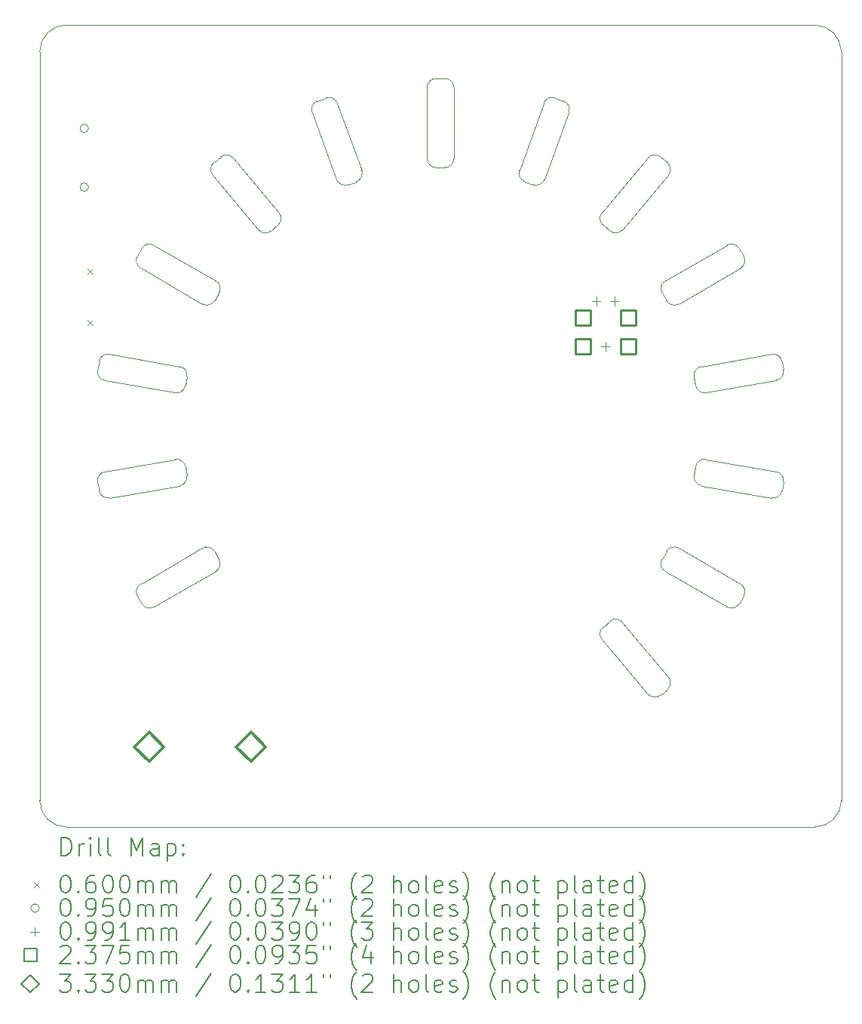
<source format=gbr>
%TF.GenerationSoftware,KiCad,Pcbnew,7.0.1*%
%TF.CreationDate,2023-07-17T00:53:47+01:00*%
%TF.ProjectId,Gateway Board,47617465-7761-4792-9042-6f6172642e6b,rev?*%
%TF.SameCoordinates,Original*%
%TF.FileFunction,Drillmap*%
%TF.FilePolarity,Positive*%
%FSLAX45Y45*%
G04 Gerber Fmt 4.5, Leading zero omitted, Abs format (unit mm)*
G04 Created by KiCad (PCBNEW 7.0.1) date 2023-07-17 00:53:47*
%MOMM*%
%LPD*%
G01*
G04 APERTURE LIST*
%ADD10C,0.100000*%
%ADD11C,0.200000*%
%ADD12C,0.060000*%
%ADD13C,0.095000*%
%ADD14C,0.099060*%
%ADD15C,0.237490*%
%ADD16C,0.333000*%
G04 APERTURE END LIST*
D10*
X11954826Y-7044566D02*
G75*
G03*
X11942500Y-7185449I64274J-76604D01*
G01*
X12172314Y-6992612D02*
G75*
G03*
X12031430Y-6980287I-76604J-64278D01*
G01*
X10667932Y-10726468D02*
X10650567Y-10627988D01*
X11097498Y-8093300D02*
G75*
G03*
X11134104Y-8229904I86602J-50000D01*
G01*
X17057499Y-7185449D02*
G75*
G03*
X17045174Y-7044566I-76599J64279D01*
G01*
X15940630Y-6480471D02*
X15667014Y-7232225D01*
X18216223Y-10807578D02*
G75*
G03*
X18332068Y-10726468I17367J98478D01*
G01*
X15385106Y-7129619D02*
X15658723Y-6377865D01*
X17045174Y-12955434D02*
G75*
G03*
X17057500Y-12814551I-64274J76604D01*
G01*
X18268318Y-9487863D02*
G75*
G03*
X18349433Y-9372013I-17368J98483D01*
G01*
X17852504Y-8006696D02*
G75*
G03*
X17715897Y-7970096I-86604J-50004D01*
G01*
X18216222Y-10807584D02*
X17428376Y-10668666D01*
X17480471Y-10373223D02*
X18268317Y-10512142D01*
X18349428Y-10627987D02*
G75*
G03*
X18268317Y-10512142I-98478J17367D01*
G01*
X12013526Y-11493301D02*
X11963526Y-11406699D01*
X17347260Y-9447180D02*
X17364625Y-9545661D01*
X17715897Y-12029904D02*
X17023076Y-11629904D01*
X16313459Y-7605451D02*
G75*
G03*
X16325782Y-7746332I76601J-64279D01*
G01*
X12013527Y-8506699D02*
G75*
G03*
X11976924Y-8370096I-86607J49999D01*
G01*
X17428376Y-9331334D02*
X18216222Y-9192416D01*
X16968570Y-6980287D02*
X17045174Y-7044566D01*
X10731683Y-10512142D02*
X11519529Y-10373223D01*
X10783777Y-9192422D02*
G75*
G03*
X10667932Y-9273532I-17367J-98478D01*
G01*
X10731683Y-10512137D02*
G75*
G03*
X10650567Y-10627988I17368J-98483D01*
G01*
X17902502Y-11906700D02*
G75*
G03*
X17865897Y-11770096I-86602J50000D01*
G01*
X16313456Y-7605448D02*
X16827686Y-6992613D01*
X18332068Y-9273532D02*
X18349433Y-9372013D01*
X11963526Y-8593301D02*
X12013526Y-8506699D01*
X14450000Y-7100000D02*
X14550000Y-7100000D01*
X17173079Y-11370092D02*
G75*
G03*
X17036474Y-11406699I-49999J-86608D01*
G01*
X11147501Y-11993301D02*
X11097501Y-11906699D01*
X11826921Y-8629908D02*
G75*
G03*
X11963526Y-8593301I49999J86608D01*
G01*
X13341277Y-6377865D02*
X13614893Y-7129619D01*
X11134105Y-11770099D02*
G75*
G03*
X11097501Y-11906699I49995J-86601D01*
G01*
X15940631Y-6480471D02*
G75*
G03*
X15880863Y-6352300I-93971J34201D01*
G01*
X11147497Y-11993304D02*
G75*
G03*
X11284103Y-12029904I86603J50004D01*
G01*
X16325782Y-7746332D02*
X16402386Y-7810610D01*
X14650000Y-6200000D02*
G75*
G03*
X14550000Y-6100000I-100000J0D01*
G01*
X13461157Y-7291992D02*
X13555126Y-7257790D01*
X11635375Y-9545661D02*
X11652740Y-9447180D01*
X12456726Y-7798289D02*
G75*
G03*
X12597614Y-7810610I76604J64279D01*
G01*
X16986473Y-11493301D02*
G75*
G03*
X17023076Y-11629904I86607J-49999D01*
G01*
X13119137Y-6352300D02*
X13213106Y-6318098D01*
X10783778Y-9192416D02*
X11571624Y-9331334D01*
X18268317Y-9487858D02*
X17480471Y-9626777D01*
X15786892Y-6318102D02*
G75*
G03*
X15658723Y-6377865I-34202J-93968D01*
G01*
X10300000Y-5500000D02*
G75*
G03*
X10000000Y-5800000I0J-300000D01*
G01*
X17865895Y-8229901D02*
G75*
G03*
X17902499Y-8093301I-49995J86601D01*
G01*
X10667926Y-10726469D02*
G75*
G03*
X10783778Y-10807584I98484J17369D01*
G01*
X15444874Y-7257790D02*
X15538843Y-7291992D01*
X14350000Y-7000000D02*
G75*
G03*
X14450000Y-7100000I100000J0D01*
G01*
X19000000Y-5800000D02*
X19000000Y-14200000D01*
X18332074Y-9273531D02*
G75*
G03*
X18216222Y-9192416I-98484J-17369D01*
G01*
X17045174Y-12955434D02*
X16968570Y-13019713D01*
X17902499Y-11906699D02*
X17852499Y-11993301D01*
X11635367Y-10454341D02*
G75*
G03*
X11519529Y-10373223I-98477J-17359D01*
G01*
X15538846Y-7291985D02*
G75*
G03*
X15667014Y-7232225I34204J93965D01*
G01*
X13555127Y-7257791D02*
G75*
G03*
X13614893Y-7129619I-34207J93971D01*
G01*
X13341281Y-6377864D02*
G75*
G03*
X13213106Y-6318098I-93971J-34206D01*
G01*
X17057500Y-7185449D02*
X16543269Y-7798285D01*
X11519528Y-9626785D02*
G75*
G03*
X11635375Y-9545661I17362J98485D01*
G01*
X10300000Y-5500000D02*
X18700000Y-5500000D01*
X11954826Y-7044566D02*
X12031430Y-6980287D01*
X14650000Y-6200000D02*
X14650000Y-7000000D01*
X17173076Y-11370096D02*
X17865897Y-11770096D01*
X14450000Y-6100000D02*
G75*
G03*
X14350000Y-6200000I0J-100000D01*
G01*
X17852499Y-8006699D02*
X17902499Y-8093301D01*
X18700000Y-14500000D02*
X10300000Y-14500000D01*
X17023076Y-8370096D02*
G75*
G03*
X16986474Y-8506699I50004J-86604D01*
G01*
X16827686Y-13007387D02*
X16313456Y-12394551D01*
X17480472Y-10373215D02*
G75*
G03*
X17364625Y-10454339I-17362J-98485D01*
G01*
X13332986Y-7232225D02*
X13059370Y-6480471D01*
X16402390Y-7810606D02*
G75*
G03*
X16543269Y-7798285I64280J76596D01*
G01*
X11519529Y-9626777D02*
X10731683Y-9487858D01*
X16986474Y-8506699D02*
X17036474Y-8593301D01*
X11284101Y-7970101D02*
G75*
G03*
X11147501Y-8006699I-50001J-86599D01*
G01*
X17036474Y-11406699D02*
X16986474Y-11493301D01*
X10650572Y-9372013D02*
G75*
G03*
X10731683Y-9487858I98478J-17367D01*
G01*
X16827686Y-13007388D02*
G75*
G03*
X16968570Y-13019713I76604J64278D01*
G01*
X17364633Y-9545659D02*
G75*
G03*
X17480471Y-9626777I98477J17359D01*
G01*
X15786894Y-6318098D02*
X15880863Y-6352300D01*
X17347254Y-10552819D02*
G75*
G03*
X17428376Y-10668666I98486J-17361D01*
G01*
X12172314Y-6992613D02*
X12686544Y-7605449D01*
X12674221Y-7746334D02*
G75*
G03*
X12686544Y-7605448I-64281J76605D01*
G01*
X16325779Y-12253665D02*
G75*
G03*
X16313456Y-12394551I64281J-76605D01*
G01*
X16968569Y-6980288D02*
G75*
G03*
X16827686Y-6992613I-64279J-76602D01*
G01*
X14450000Y-6100000D02*
X14550000Y-6100000D01*
X10000000Y-14200000D02*
X10000000Y-5800000D01*
X11134104Y-11770096D02*
X11826924Y-11370096D01*
X12597614Y-7810610D02*
X12674218Y-7746332D01*
X17715899Y-12029899D02*
G75*
G03*
X17852499Y-11993301I50001J86599D01*
G01*
X17865897Y-8229904D02*
X17173076Y-8629904D01*
X18700000Y-14500000D02*
G75*
G03*
X19000000Y-14200000I0J300000D01*
G01*
X11963522Y-11406701D02*
G75*
G03*
X11826924Y-11370096I-86602J-49999D01*
G01*
X11652740Y-10552820D02*
X11635375Y-10454339D01*
X16402386Y-12189389D02*
X16325782Y-12253668D01*
X11976924Y-11629904D02*
X11284103Y-12029904D01*
X11097501Y-8093301D02*
X11147501Y-8006699D01*
X17036478Y-8593299D02*
G75*
G03*
X17173076Y-8629904I86602J49999D01*
G01*
X11826924Y-8629904D02*
X11134104Y-8229904D01*
X10650567Y-9372013D02*
X10667932Y-9273532D01*
X17364625Y-10454339D02*
X17347260Y-10552820D01*
X11284103Y-7970096D02*
X11976924Y-8370096D01*
X17023076Y-8370096D02*
X17715897Y-7970096D01*
X16543274Y-12201711D02*
G75*
G03*
X16402386Y-12189389I-76604J-64279D01*
G01*
X13119137Y-6352300D02*
G75*
G03*
X13059369Y-6480471I34203J-93970D01*
G01*
X10000000Y-14200000D02*
G75*
G03*
X10300000Y-14500000I300000J0D01*
G01*
X15385107Y-7129619D02*
G75*
G03*
X15444874Y-7257790I93973J-34201D01*
G01*
X19000000Y-5800000D02*
G75*
G03*
X18700000Y-5500000I-300000J0D01*
G01*
X11571623Y-10668659D02*
G75*
G03*
X11652740Y-10552820I-17363J98479D01*
G01*
X18349433Y-10627988D02*
X18332068Y-10726468D01*
X14350000Y-7000000D02*
X14350000Y-6200000D01*
X17428377Y-9331341D02*
G75*
G03*
X17347260Y-9447180I17363J-98479D01*
G01*
X11652746Y-9447181D02*
G75*
G03*
X11571624Y-9331334I-98486J17361D01*
G01*
X13332978Y-7232228D02*
G75*
G03*
X13461157Y-7291992I93972J34208D01*
G01*
X16543269Y-12201715D02*
X17057500Y-12814551D01*
X11976924Y-11629903D02*
G75*
G03*
X12013526Y-11493301I-50004J86604D01*
G01*
X12456730Y-7798285D02*
X11942500Y-7185449D01*
X14550000Y-7100000D02*
G75*
G03*
X14650000Y-7000000I0J100000D01*
G01*
X11571624Y-10668666D02*
X10783778Y-10807584D01*
D11*
D12*
X10538000Y-8231000D02*
X10598000Y-8291000D01*
X10598000Y-8231000D02*
X10538000Y-8291000D01*
X10538000Y-8809000D02*
X10598000Y-8869000D01*
X10598000Y-8809000D02*
X10538000Y-8869000D01*
D13*
X10547500Y-6660500D02*
G75*
G03*
X10547500Y-6660500I-47500J0D01*
G01*
X10547500Y-7320500D02*
G75*
G03*
X10547500Y-7320500I-47500J0D01*
G01*
D14*
X16248400Y-8546470D02*
X16248400Y-8645530D01*
X16198870Y-8596000D02*
X16297930Y-8596000D01*
X16350000Y-9054470D02*
X16350000Y-9153530D01*
X16300470Y-9104000D02*
X16399530Y-9104000D01*
X16451600Y-8546470D02*
X16451600Y-8645530D01*
X16402070Y-8596000D02*
X16501130Y-8596000D01*
D15*
X16179966Y-8870466D02*
X16179966Y-8702534D01*
X16012034Y-8702534D01*
X16012034Y-8870466D01*
X16179966Y-8870466D01*
X16179966Y-9187966D02*
X16179966Y-9020034D01*
X16012034Y-9020034D01*
X16012034Y-9187966D01*
X16179966Y-9187966D01*
X16687966Y-8870466D02*
X16687966Y-8702534D01*
X16520034Y-8702534D01*
X16520034Y-8870466D01*
X16687966Y-8870466D01*
X16687966Y-9187966D02*
X16687966Y-9020034D01*
X16520034Y-9020034D01*
X16520034Y-9187966D01*
X16687966Y-9187966D01*
D16*
X11228500Y-13766500D02*
X11395000Y-13600000D01*
X11228500Y-13433500D01*
X11062000Y-13600000D01*
X11228500Y-13766500D01*
X12371500Y-13766500D02*
X12538000Y-13600000D01*
X12371500Y-13433500D01*
X12205000Y-13600000D01*
X12371500Y-13766500D01*
D11*
X10242619Y-14817524D02*
X10242619Y-14617524D01*
X10242619Y-14617524D02*
X10290238Y-14617524D01*
X10290238Y-14617524D02*
X10318810Y-14627048D01*
X10318810Y-14627048D02*
X10337857Y-14646095D01*
X10337857Y-14646095D02*
X10347381Y-14665143D01*
X10347381Y-14665143D02*
X10356905Y-14703238D01*
X10356905Y-14703238D02*
X10356905Y-14731809D01*
X10356905Y-14731809D02*
X10347381Y-14769905D01*
X10347381Y-14769905D02*
X10337857Y-14788952D01*
X10337857Y-14788952D02*
X10318810Y-14808000D01*
X10318810Y-14808000D02*
X10290238Y-14817524D01*
X10290238Y-14817524D02*
X10242619Y-14817524D01*
X10442619Y-14817524D02*
X10442619Y-14684190D01*
X10442619Y-14722286D02*
X10452143Y-14703238D01*
X10452143Y-14703238D02*
X10461667Y-14693714D01*
X10461667Y-14693714D02*
X10480714Y-14684190D01*
X10480714Y-14684190D02*
X10499762Y-14684190D01*
X10566429Y-14817524D02*
X10566429Y-14684190D01*
X10566429Y-14617524D02*
X10556905Y-14627048D01*
X10556905Y-14627048D02*
X10566429Y-14636571D01*
X10566429Y-14636571D02*
X10575952Y-14627048D01*
X10575952Y-14627048D02*
X10566429Y-14617524D01*
X10566429Y-14617524D02*
X10566429Y-14636571D01*
X10690238Y-14817524D02*
X10671190Y-14808000D01*
X10671190Y-14808000D02*
X10661667Y-14788952D01*
X10661667Y-14788952D02*
X10661667Y-14617524D01*
X10795000Y-14817524D02*
X10775952Y-14808000D01*
X10775952Y-14808000D02*
X10766429Y-14788952D01*
X10766429Y-14788952D02*
X10766429Y-14617524D01*
X11023571Y-14817524D02*
X11023571Y-14617524D01*
X11023571Y-14617524D02*
X11090238Y-14760381D01*
X11090238Y-14760381D02*
X11156905Y-14617524D01*
X11156905Y-14617524D02*
X11156905Y-14817524D01*
X11337857Y-14817524D02*
X11337857Y-14712762D01*
X11337857Y-14712762D02*
X11328333Y-14693714D01*
X11328333Y-14693714D02*
X11309286Y-14684190D01*
X11309286Y-14684190D02*
X11271190Y-14684190D01*
X11271190Y-14684190D02*
X11252143Y-14693714D01*
X11337857Y-14808000D02*
X11318809Y-14817524D01*
X11318809Y-14817524D02*
X11271190Y-14817524D01*
X11271190Y-14817524D02*
X11252143Y-14808000D01*
X11252143Y-14808000D02*
X11242619Y-14788952D01*
X11242619Y-14788952D02*
X11242619Y-14769905D01*
X11242619Y-14769905D02*
X11252143Y-14750857D01*
X11252143Y-14750857D02*
X11271190Y-14741333D01*
X11271190Y-14741333D02*
X11318809Y-14741333D01*
X11318809Y-14741333D02*
X11337857Y-14731809D01*
X11433095Y-14684190D02*
X11433095Y-14884190D01*
X11433095Y-14693714D02*
X11452143Y-14684190D01*
X11452143Y-14684190D02*
X11490238Y-14684190D01*
X11490238Y-14684190D02*
X11509286Y-14693714D01*
X11509286Y-14693714D02*
X11518809Y-14703238D01*
X11518809Y-14703238D02*
X11528333Y-14722286D01*
X11528333Y-14722286D02*
X11528333Y-14779428D01*
X11528333Y-14779428D02*
X11518809Y-14798476D01*
X11518809Y-14798476D02*
X11509286Y-14808000D01*
X11509286Y-14808000D02*
X11490238Y-14817524D01*
X11490238Y-14817524D02*
X11452143Y-14817524D01*
X11452143Y-14817524D02*
X11433095Y-14808000D01*
X11614048Y-14798476D02*
X11623571Y-14808000D01*
X11623571Y-14808000D02*
X11614048Y-14817524D01*
X11614048Y-14817524D02*
X11604524Y-14808000D01*
X11604524Y-14808000D02*
X11614048Y-14798476D01*
X11614048Y-14798476D02*
X11614048Y-14817524D01*
X11614048Y-14693714D02*
X11623571Y-14703238D01*
X11623571Y-14703238D02*
X11614048Y-14712762D01*
X11614048Y-14712762D02*
X11604524Y-14703238D01*
X11604524Y-14703238D02*
X11614048Y-14693714D01*
X11614048Y-14693714D02*
X11614048Y-14712762D01*
D12*
X9935000Y-15115000D02*
X9995000Y-15175000D01*
X9995000Y-15115000D02*
X9935000Y-15175000D01*
D11*
X10280714Y-15037524D02*
X10299762Y-15037524D01*
X10299762Y-15037524D02*
X10318810Y-15047048D01*
X10318810Y-15047048D02*
X10328333Y-15056571D01*
X10328333Y-15056571D02*
X10337857Y-15075619D01*
X10337857Y-15075619D02*
X10347381Y-15113714D01*
X10347381Y-15113714D02*
X10347381Y-15161333D01*
X10347381Y-15161333D02*
X10337857Y-15199428D01*
X10337857Y-15199428D02*
X10328333Y-15218476D01*
X10328333Y-15218476D02*
X10318810Y-15228000D01*
X10318810Y-15228000D02*
X10299762Y-15237524D01*
X10299762Y-15237524D02*
X10280714Y-15237524D01*
X10280714Y-15237524D02*
X10261667Y-15228000D01*
X10261667Y-15228000D02*
X10252143Y-15218476D01*
X10252143Y-15218476D02*
X10242619Y-15199428D01*
X10242619Y-15199428D02*
X10233095Y-15161333D01*
X10233095Y-15161333D02*
X10233095Y-15113714D01*
X10233095Y-15113714D02*
X10242619Y-15075619D01*
X10242619Y-15075619D02*
X10252143Y-15056571D01*
X10252143Y-15056571D02*
X10261667Y-15047048D01*
X10261667Y-15047048D02*
X10280714Y-15037524D01*
X10433095Y-15218476D02*
X10442619Y-15228000D01*
X10442619Y-15228000D02*
X10433095Y-15237524D01*
X10433095Y-15237524D02*
X10423571Y-15228000D01*
X10423571Y-15228000D02*
X10433095Y-15218476D01*
X10433095Y-15218476D02*
X10433095Y-15237524D01*
X10614048Y-15037524D02*
X10575952Y-15037524D01*
X10575952Y-15037524D02*
X10556905Y-15047048D01*
X10556905Y-15047048D02*
X10547381Y-15056571D01*
X10547381Y-15056571D02*
X10528333Y-15085143D01*
X10528333Y-15085143D02*
X10518810Y-15123238D01*
X10518810Y-15123238D02*
X10518810Y-15199428D01*
X10518810Y-15199428D02*
X10528333Y-15218476D01*
X10528333Y-15218476D02*
X10537857Y-15228000D01*
X10537857Y-15228000D02*
X10556905Y-15237524D01*
X10556905Y-15237524D02*
X10595000Y-15237524D01*
X10595000Y-15237524D02*
X10614048Y-15228000D01*
X10614048Y-15228000D02*
X10623571Y-15218476D01*
X10623571Y-15218476D02*
X10633095Y-15199428D01*
X10633095Y-15199428D02*
X10633095Y-15151809D01*
X10633095Y-15151809D02*
X10623571Y-15132762D01*
X10623571Y-15132762D02*
X10614048Y-15123238D01*
X10614048Y-15123238D02*
X10595000Y-15113714D01*
X10595000Y-15113714D02*
X10556905Y-15113714D01*
X10556905Y-15113714D02*
X10537857Y-15123238D01*
X10537857Y-15123238D02*
X10528333Y-15132762D01*
X10528333Y-15132762D02*
X10518810Y-15151809D01*
X10756905Y-15037524D02*
X10775952Y-15037524D01*
X10775952Y-15037524D02*
X10795000Y-15047048D01*
X10795000Y-15047048D02*
X10804524Y-15056571D01*
X10804524Y-15056571D02*
X10814048Y-15075619D01*
X10814048Y-15075619D02*
X10823571Y-15113714D01*
X10823571Y-15113714D02*
X10823571Y-15161333D01*
X10823571Y-15161333D02*
X10814048Y-15199428D01*
X10814048Y-15199428D02*
X10804524Y-15218476D01*
X10804524Y-15218476D02*
X10795000Y-15228000D01*
X10795000Y-15228000D02*
X10775952Y-15237524D01*
X10775952Y-15237524D02*
X10756905Y-15237524D01*
X10756905Y-15237524D02*
X10737857Y-15228000D01*
X10737857Y-15228000D02*
X10728333Y-15218476D01*
X10728333Y-15218476D02*
X10718810Y-15199428D01*
X10718810Y-15199428D02*
X10709286Y-15161333D01*
X10709286Y-15161333D02*
X10709286Y-15113714D01*
X10709286Y-15113714D02*
X10718810Y-15075619D01*
X10718810Y-15075619D02*
X10728333Y-15056571D01*
X10728333Y-15056571D02*
X10737857Y-15047048D01*
X10737857Y-15047048D02*
X10756905Y-15037524D01*
X10947381Y-15037524D02*
X10966429Y-15037524D01*
X10966429Y-15037524D02*
X10985476Y-15047048D01*
X10985476Y-15047048D02*
X10995000Y-15056571D01*
X10995000Y-15056571D02*
X11004524Y-15075619D01*
X11004524Y-15075619D02*
X11014048Y-15113714D01*
X11014048Y-15113714D02*
X11014048Y-15161333D01*
X11014048Y-15161333D02*
X11004524Y-15199428D01*
X11004524Y-15199428D02*
X10995000Y-15218476D01*
X10995000Y-15218476D02*
X10985476Y-15228000D01*
X10985476Y-15228000D02*
X10966429Y-15237524D01*
X10966429Y-15237524D02*
X10947381Y-15237524D01*
X10947381Y-15237524D02*
X10928333Y-15228000D01*
X10928333Y-15228000D02*
X10918810Y-15218476D01*
X10918810Y-15218476D02*
X10909286Y-15199428D01*
X10909286Y-15199428D02*
X10899762Y-15161333D01*
X10899762Y-15161333D02*
X10899762Y-15113714D01*
X10899762Y-15113714D02*
X10909286Y-15075619D01*
X10909286Y-15075619D02*
X10918810Y-15056571D01*
X10918810Y-15056571D02*
X10928333Y-15047048D01*
X10928333Y-15047048D02*
X10947381Y-15037524D01*
X11099762Y-15237524D02*
X11099762Y-15104190D01*
X11099762Y-15123238D02*
X11109286Y-15113714D01*
X11109286Y-15113714D02*
X11128333Y-15104190D01*
X11128333Y-15104190D02*
X11156905Y-15104190D01*
X11156905Y-15104190D02*
X11175952Y-15113714D01*
X11175952Y-15113714D02*
X11185476Y-15132762D01*
X11185476Y-15132762D02*
X11185476Y-15237524D01*
X11185476Y-15132762D02*
X11195000Y-15113714D01*
X11195000Y-15113714D02*
X11214048Y-15104190D01*
X11214048Y-15104190D02*
X11242619Y-15104190D01*
X11242619Y-15104190D02*
X11261667Y-15113714D01*
X11261667Y-15113714D02*
X11271190Y-15132762D01*
X11271190Y-15132762D02*
X11271190Y-15237524D01*
X11366429Y-15237524D02*
X11366429Y-15104190D01*
X11366429Y-15123238D02*
X11375952Y-15113714D01*
X11375952Y-15113714D02*
X11395000Y-15104190D01*
X11395000Y-15104190D02*
X11423571Y-15104190D01*
X11423571Y-15104190D02*
X11442619Y-15113714D01*
X11442619Y-15113714D02*
X11452143Y-15132762D01*
X11452143Y-15132762D02*
X11452143Y-15237524D01*
X11452143Y-15132762D02*
X11461667Y-15113714D01*
X11461667Y-15113714D02*
X11480714Y-15104190D01*
X11480714Y-15104190D02*
X11509286Y-15104190D01*
X11509286Y-15104190D02*
X11528333Y-15113714D01*
X11528333Y-15113714D02*
X11537857Y-15132762D01*
X11537857Y-15132762D02*
X11537857Y-15237524D01*
X11928333Y-15028000D02*
X11756905Y-15285143D01*
X12185476Y-15037524D02*
X12204524Y-15037524D01*
X12204524Y-15037524D02*
X12223572Y-15047048D01*
X12223572Y-15047048D02*
X12233095Y-15056571D01*
X12233095Y-15056571D02*
X12242619Y-15075619D01*
X12242619Y-15075619D02*
X12252143Y-15113714D01*
X12252143Y-15113714D02*
X12252143Y-15161333D01*
X12252143Y-15161333D02*
X12242619Y-15199428D01*
X12242619Y-15199428D02*
X12233095Y-15218476D01*
X12233095Y-15218476D02*
X12223572Y-15228000D01*
X12223572Y-15228000D02*
X12204524Y-15237524D01*
X12204524Y-15237524D02*
X12185476Y-15237524D01*
X12185476Y-15237524D02*
X12166429Y-15228000D01*
X12166429Y-15228000D02*
X12156905Y-15218476D01*
X12156905Y-15218476D02*
X12147381Y-15199428D01*
X12147381Y-15199428D02*
X12137857Y-15161333D01*
X12137857Y-15161333D02*
X12137857Y-15113714D01*
X12137857Y-15113714D02*
X12147381Y-15075619D01*
X12147381Y-15075619D02*
X12156905Y-15056571D01*
X12156905Y-15056571D02*
X12166429Y-15047048D01*
X12166429Y-15047048D02*
X12185476Y-15037524D01*
X12337857Y-15218476D02*
X12347381Y-15228000D01*
X12347381Y-15228000D02*
X12337857Y-15237524D01*
X12337857Y-15237524D02*
X12328333Y-15228000D01*
X12328333Y-15228000D02*
X12337857Y-15218476D01*
X12337857Y-15218476D02*
X12337857Y-15237524D01*
X12471191Y-15037524D02*
X12490238Y-15037524D01*
X12490238Y-15037524D02*
X12509286Y-15047048D01*
X12509286Y-15047048D02*
X12518810Y-15056571D01*
X12518810Y-15056571D02*
X12528333Y-15075619D01*
X12528333Y-15075619D02*
X12537857Y-15113714D01*
X12537857Y-15113714D02*
X12537857Y-15161333D01*
X12537857Y-15161333D02*
X12528333Y-15199428D01*
X12528333Y-15199428D02*
X12518810Y-15218476D01*
X12518810Y-15218476D02*
X12509286Y-15228000D01*
X12509286Y-15228000D02*
X12490238Y-15237524D01*
X12490238Y-15237524D02*
X12471191Y-15237524D01*
X12471191Y-15237524D02*
X12452143Y-15228000D01*
X12452143Y-15228000D02*
X12442619Y-15218476D01*
X12442619Y-15218476D02*
X12433095Y-15199428D01*
X12433095Y-15199428D02*
X12423572Y-15161333D01*
X12423572Y-15161333D02*
X12423572Y-15113714D01*
X12423572Y-15113714D02*
X12433095Y-15075619D01*
X12433095Y-15075619D02*
X12442619Y-15056571D01*
X12442619Y-15056571D02*
X12452143Y-15047048D01*
X12452143Y-15047048D02*
X12471191Y-15037524D01*
X12614048Y-15056571D02*
X12623572Y-15047048D01*
X12623572Y-15047048D02*
X12642619Y-15037524D01*
X12642619Y-15037524D02*
X12690238Y-15037524D01*
X12690238Y-15037524D02*
X12709286Y-15047048D01*
X12709286Y-15047048D02*
X12718810Y-15056571D01*
X12718810Y-15056571D02*
X12728333Y-15075619D01*
X12728333Y-15075619D02*
X12728333Y-15094667D01*
X12728333Y-15094667D02*
X12718810Y-15123238D01*
X12718810Y-15123238D02*
X12604524Y-15237524D01*
X12604524Y-15237524D02*
X12728333Y-15237524D01*
X12795000Y-15037524D02*
X12918810Y-15037524D01*
X12918810Y-15037524D02*
X12852143Y-15113714D01*
X12852143Y-15113714D02*
X12880714Y-15113714D01*
X12880714Y-15113714D02*
X12899762Y-15123238D01*
X12899762Y-15123238D02*
X12909286Y-15132762D01*
X12909286Y-15132762D02*
X12918810Y-15151809D01*
X12918810Y-15151809D02*
X12918810Y-15199428D01*
X12918810Y-15199428D02*
X12909286Y-15218476D01*
X12909286Y-15218476D02*
X12899762Y-15228000D01*
X12899762Y-15228000D02*
X12880714Y-15237524D01*
X12880714Y-15237524D02*
X12823572Y-15237524D01*
X12823572Y-15237524D02*
X12804524Y-15228000D01*
X12804524Y-15228000D02*
X12795000Y-15218476D01*
X13090238Y-15037524D02*
X13052143Y-15037524D01*
X13052143Y-15037524D02*
X13033095Y-15047048D01*
X13033095Y-15047048D02*
X13023572Y-15056571D01*
X13023572Y-15056571D02*
X13004524Y-15085143D01*
X13004524Y-15085143D02*
X12995000Y-15123238D01*
X12995000Y-15123238D02*
X12995000Y-15199428D01*
X12995000Y-15199428D02*
X13004524Y-15218476D01*
X13004524Y-15218476D02*
X13014048Y-15228000D01*
X13014048Y-15228000D02*
X13033095Y-15237524D01*
X13033095Y-15237524D02*
X13071191Y-15237524D01*
X13071191Y-15237524D02*
X13090238Y-15228000D01*
X13090238Y-15228000D02*
X13099762Y-15218476D01*
X13099762Y-15218476D02*
X13109286Y-15199428D01*
X13109286Y-15199428D02*
X13109286Y-15151809D01*
X13109286Y-15151809D02*
X13099762Y-15132762D01*
X13099762Y-15132762D02*
X13090238Y-15123238D01*
X13090238Y-15123238D02*
X13071191Y-15113714D01*
X13071191Y-15113714D02*
X13033095Y-15113714D01*
X13033095Y-15113714D02*
X13014048Y-15123238D01*
X13014048Y-15123238D02*
X13004524Y-15132762D01*
X13004524Y-15132762D02*
X12995000Y-15151809D01*
X13185476Y-15037524D02*
X13185476Y-15075619D01*
X13261667Y-15037524D02*
X13261667Y-15075619D01*
X13556905Y-15313714D02*
X13547381Y-15304190D01*
X13547381Y-15304190D02*
X13528334Y-15275619D01*
X13528334Y-15275619D02*
X13518810Y-15256571D01*
X13518810Y-15256571D02*
X13509286Y-15228000D01*
X13509286Y-15228000D02*
X13499762Y-15180381D01*
X13499762Y-15180381D02*
X13499762Y-15142286D01*
X13499762Y-15142286D02*
X13509286Y-15094667D01*
X13509286Y-15094667D02*
X13518810Y-15066095D01*
X13518810Y-15066095D02*
X13528334Y-15047048D01*
X13528334Y-15047048D02*
X13547381Y-15018476D01*
X13547381Y-15018476D02*
X13556905Y-15008952D01*
X13623572Y-15056571D02*
X13633095Y-15047048D01*
X13633095Y-15047048D02*
X13652143Y-15037524D01*
X13652143Y-15037524D02*
X13699762Y-15037524D01*
X13699762Y-15037524D02*
X13718810Y-15047048D01*
X13718810Y-15047048D02*
X13728334Y-15056571D01*
X13728334Y-15056571D02*
X13737857Y-15075619D01*
X13737857Y-15075619D02*
X13737857Y-15094667D01*
X13737857Y-15094667D02*
X13728334Y-15123238D01*
X13728334Y-15123238D02*
X13614048Y-15237524D01*
X13614048Y-15237524D02*
X13737857Y-15237524D01*
X13975953Y-15237524D02*
X13975953Y-15037524D01*
X14061667Y-15237524D02*
X14061667Y-15132762D01*
X14061667Y-15132762D02*
X14052143Y-15113714D01*
X14052143Y-15113714D02*
X14033096Y-15104190D01*
X14033096Y-15104190D02*
X14004524Y-15104190D01*
X14004524Y-15104190D02*
X13985476Y-15113714D01*
X13985476Y-15113714D02*
X13975953Y-15123238D01*
X14185476Y-15237524D02*
X14166429Y-15228000D01*
X14166429Y-15228000D02*
X14156905Y-15218476D01*
X14156905Y-15218476D02*
X14147381Y-15199428D01*
X14147381Y-15199428D02*
X14147381Y-15142286D01*
X14147381Y-15142286D02*
X14156905Y-15123238D01*
X14156905Y-15123238D02*
X14166429Y-15113714D01*
X14166429Y-15113714D02*
X14185476Y-15104190D01*
X14185476Y-15104190D02*
X14214048Y-15104190D01*
X14214048Y-15104190D02*
X14233096Y-15113714D01*
X14233096Y-15113714D02*
X14242619Y-15123238D01*
X14242619Y-15123238D02*
X14252143Y-15142286D01*
X14252143Y-15142286D02*
X14252143Y-15199428D01*
X14252143Y-15199428D02*
X14242619Y-15218476D01*
X14242619Y-15218476D02*
X14233096Y-15228000D01*
X14233096Y-15228000D02*
X14214048Y-15237524D01*
X14214048Y-15237524D02*
X14185476Y-15237524D01*
X14366429Y-15237524D02*
X14347381Y-15228000D01*
X14347381Y-15228000D02*
X14337857Y-15208952D01*
X14337857Y-15208952D02*
X14337857Y-15037524D01*
X14518810Y-15228000D02*
X14499762Y-15237524D01*
X14499762Y-15237524D02*
X14461667Y-15237524D01*
X14461667Y-15237524D02*
X14442619Y-15228000D01*
X14442619Y-15228000D02*
X14433096Y-15208952D01*
X14433096Y-15208952D02*
X14433096Y-15132762D01*
X14433096Y-15132762D02*
X14442619Y-15113714D01*
X14442619Y-15113714D02*
X14461667Y-15104190D01*
X14461667Y-15104190D02*
X14499762Y-15104190D01*
X14499762Y-15104190D02*
X14518810Y-15113714D01*
X14518810Y-15113714D02*
X14528334Y-15132762D01*
X14528334Y-15132762D02*
X14528334Y-15151809D01*
X14528334Y-15151809D02*
X14433096Y-15170857D01*
X14604524Y-15228000D02*
X14623572Y-15237524D01*
X14623572Y-15237524D02*
X14661667Y-15237524D01*
X14661667Y-15237524D02*
X14680715Y-15228000D01*
X14680715Y-15228000D02*
X14690238Y-15208952D01*
X14690238Y-15208952D02*
X14690238Y-15199428D01*
X14690238Y-15199428D02*
X14680715Y-15180381D01*
X14680715Y-15180381D02*
X14661667Y-15170857D01*
X14661667Y-15170857D02*
X14633096Y-15170857D01*
X14633096Y-15170857D02*
X14614048Y-15161333D01*
X14614048Y-15161333D02*
X14604524Y-15142286D01*
X14604524Y-15142286D02*
X14604524Y-15132762D01*
X14604524Y-15132762D02*
X14614048Y-15113714D01*
X14614048Y-15113714D02*
X14633096Y-15104190D01*
X14633096Y-15104190D02*
X14661667Y-15104190D01*
X14661667Y-15104190D02*
X14680715Y-15113714D01*
X14756905Y-15313714D02*
X14766429Y-15304190D01*
X14766429Y-15304190D02*
X14785477Y-15275619D01*
X14785477Y-15275619D02*
X14795000Y-15256571D01*
X14795000Y-15256571D02*
X14804524Y-15228000D01*
X14804524Y-15228000D02*
X14814048Y-15180381D01*
X14814048Y-15180381D02*
X14814048Y-15142286D01*
X14814048Y-15142286D02*
X14804524Y-15094667D01*
X14804524Y-15094667D02*
X14795000Y-15066095D01*
X14795000Y-15066095D02*
X14785477Y-15047048D01*
X14785477Y-15047048D02*
X14766429Y-15018476D01*
X14766429Y-15018476D02*
X14756905Y-15008952D01*
X15118810Y-15313714D02*
X15109286Y-15304190D01*
X15109286Y-15304190D02*
X15090238Y-15275619D01*
X15090238Y-15275619D02*
X15080715Y-15256571D01*
X15080715Y-15256571D02*
X15071191Y-15228000D01*
X15071191Y-15228000D02*
X15061667Y-15180381D01*
X15061667Y-15180381D02*
X15061667Y-15142286D01*
X15061667Y-15142286D02*
X15071191Y-15094667D01*
X15071191Y-15094667D02*
X15080715Y-15066095D01*
X15080715Y-15066095D02*
X15090238Y-15047048D01*
X15090238Y-15047048D02*
X15109286Y-15018476D01*
X15109286Y-15018476D02*
X15118810Y-15008952D01*
X15195000Y-15104190D02*
X15195000Y-15237524D01*
X15195000Y-15123238D02*
X15204524Y-15113714D01*
X15204524Y-15113714D02*
X15223572Y-15104190D01*
X15223572Y-15104190D02*
X15252143Y-15104190D01*
X15252143Y-15104190D02*
X15271191Y-15113714D01*
X15271191Y-15113714D02*
X15280715Y-15132762D01*
X15280715Y-15132762D02*
X15280715Y-15237524D01*
X15404524Y-15237524D02*
X15385477Y-15228000D01*
X15385477Y-15228000D02*
X15375953Y-15218476D01*
X15375953Y-15218476D02*
X15366429Y-15199428D01*
X15366429Y-15199428D02*
X15366429Y-15142286D01*
X15366429Y-15142286D02*
X15375953Y-15123238D01*
X15375953Y-15123238D02*
X15385477Y-15113714D01*
X15385477Y-15113714D02*
X15404524Y-15104190D01*
X15404524Y-15104190D02*
X15433096Y-15104190D01*
X15433096Y-15104190D02*
X15452143Y-15113714D01*
X15452143Y-15113714D02*
X15461667Y-15123238D01*
X15461667Y-15123238D02*
X15471191Y-15142286D01*
X15471191Y-15142286D02*
X15471191Y-15199428D01*
X15471191Y-15199428D02*
X15461667Y-15218476D01*
X15461667Y-15218476D02*
X15452143Y-15228000D01*
X15452143Y-15228000D02*
X15433096Y-15237524D01*
X15433096Y-15237524D02*
X15404524Y-15237524D01*
X15528334Y-15104190D02*
X15604524Y-15104190D01*
X15556905Y-15037524D02*
X15556905Y-15208952D01*
X15556905Y-15208952D02*
X15566429Y-15228000D01*
X15566429Y-15228000D02*
X15585477Y-15237524D01*
X15585477Y-15237524D02*
X15604524Y-15237524D01*
X15823572Y-15104190D02*
X15823572Y-15304190D01*
X15823572Y-15113714D02*
X15842619Y-15104190D01*
X15842619Y-15104190D02*
X15880715Y-15104190D01*
X15880715Y-15104190D02*
X15899762Y-15113714D01*
X15899762Y-15113714D02*
X15909286Y-15123238D01*
X15909286Y-15123238D02*
X15918810Y-15142286D01*
X15918810Y-15142286D02*
X15918810Y-15199428D01*
X15918810Y-15199428D02*
X15909286Y-15218476D01*
X15909286Y-15218476D02*
X15899762Y-15228000D01*
X15899762Y-15228000D02*
X15880715Y-15237524D01*
X15880715Y-15237524D02*
X15842619Y-15237524D01*
X15842619Y-15237524D02*
X15823572Y-15228000D01*
X16033096Y-15237524D02*
X16014048Y-15228000D01*
X16014048Y-15228000D02*
X16004524Y-15208952D01*
X16004524Y-15208952D02*
X16004524Y-15037524D01*
X16195000Y-15237524D02*
X16195000Y-15132762D01*
X16195000Y-15132762D02*
X16185477Y-15113714D01*
X16185477Y-15113714D02*
X16166429Y-15104190D01*
X16166429Y-15104190D02*
X16128334Y-15104190D01*
X16128334Y-15104190D02*
X16109286Y-15113714D01*
X16195000Y-15228000D02*
X16175953Y-15237524D01*
X16175953Y-15237524D02*
X16128334Y-15237524D01*
X16128334Y-15237524D02*
X16109286Y-15228000D01*
X16109286Y-15228000D02*
X16099762Y-15208952D01*
X16099762Y-15208952D02*
X16099762Y-15189905D01*
X16099762Y-15189905D02*
X16109286Y-15170857D01*
X16109286Y-15170857D02*
X16128334Y-15161333D01*
X16128334Y-15161333D02*
X16175953Y-15161333D01*
X16175953Y-15161333D02*
X16195000Y-15151809D01*
X16261667Y-15104190D02*
X16337858Y-15104190D01*
X16290239Y-15037524D02*
X16290239Y-15208952D01*
X16290239Y-15208952D02*
X16299762Y-15228000D01*
X16299762Y-15228000D02*
X16318810Y-15237524D01*
X16318810Y-15237524D02*
X16337858Y-15237524D01*
X16480715Y-15228000D02*
X16461667Y-15237524D01*
X16461667Y-15237524D02*
X16423572Y-15237524D01*
X16423572Y-15237524D02*
X16404524Y-15228000D01*
X16404524Y-15228000D02*
X16395000Y-15208952D01*
X16395000Y-15208952D02*
X16395000Y-15132762D01*
X16395000Y-15132762D02*
X16404524Y-15113714D01*
X16404524Y-15113714D02*
X16423572Y-15104190D01*
X16423572Y-15104190D02*
X16461667Y-15104190D01*
X16461667Y-15104190D02*
X16480715Y-15113714D01*
X16480715Y-15113714D02*
X16490239Y-15132762D01*
X16490239Y-15132762D02*
X16490239Y-15151809D01*
X16490239Y-15151809D02*
X16395000Y-15170857D01*
X16661667Y-15237524D02*
X16661667Y-15037524D01*
X16661667Y-15228000D02*
X16642620Y-15237524D01*
X16642620Y-15237524D02*
X16604524Y-15237524D01*
X16604524Y-15237524D02*
X16585477Y-15228000D01*
X16585477Y-15228000D02*
X16575953Y-15218476D01*
X16575953Y-15218476D02*
X16566429Y-15199428D01*
X16566429Y-15199428D02*
X16566429Y-15142286D01*
X16566429Y-15142286D02*
X16575953Y-15123238D01*
X16575953Y-15123238D02*
X16585477Y-15113714D01*
X16585477Y-15113714D02*
X16604524Y-15104190D01*
X16604524Y-15104190D02*
X16642620Y-15104190D01*
X16642620Y-15104190D02*
X16661667Y-15113714D01*
X16737858Y-15313714D02*
X16747381Y-15304190D01*
X16747381Y-15304190D02*
X16766429Y-15275619D01*
X16766429Y-15275619D02*
X16775953Y-15256571D01*
X16775953Y-15256571D02*
X16785477Y-15228000D01*
X16785477Y-15228000D02*
X16795001Y-15180381D01*
X16795001Y-15180381D02*
X16795001Y-15142286D01*
X16795001Y-15142286D02*
X16785477Y-15094667D01*
X16785477Y-15094667D02*
X16775953Y-15066095D01*
X16775953Y-15066095D02*
X16766429Y-15047048D01*
X16766429Y-15047048D02*
X16747381Y-15018476D01*
X16747381Y-15018476D02*
X16737858Y-15008952D01*
D13*
X9995000Y-15409000D02*
G75*
G03*
X9995000Y-15409000I-47500J0D01*
G01*
D11*
X10280714Y-15301524D02*
X10299762Y-15301524D01*
X10299762Y-15301524D02*
X10318810Y-15311048D01*
X10318810Y-15311048D02*
X10328333Y-15320571D01*
X10328333Y-15320571D02*
X10337857Y-15339619D01*
X10337857Y-15339619D02*
X10347381Y-15377714D01*
X10347381Y-15377714D02*
X10347381Y-15425333D01*
X10347381Y-15425333D02*
X10337857Y-15463428D01*
X10337857Y-15463428D02*
X10328333Y-15482476D01*
X10328333Y-15482476D02*
X10318810Y-15492000D01*
X10318810Y-15492000D02*
X10299762Y-15501524D01*
X10299762Y-15501524D02*
X10280714Y-15501524D01*
X10280714Y-15501524D02*
X10261667Y-15492000D01*
X10261667Y-15492000D02*
X10252143Y-15482476D01*
X10252143Y-15482476D02*
X10242619Y-15463428D01*
X10242619Y-15463428D02*
X10233095Y-15425333D01*
X10233095Y-15425333D02*
X10233095Y-15377714D01*
X10233095Y-15377714D02*
X10242619Y-15339619D01*
X10242619Y-15339619D02*
X10252143Y-15320571D01*
X10252143Y-15320571D02*
X10261667Y-15311048D01*
X10261667Y-15311048D02*
X10280714Y-15301524D01*
X10433095Y-15482476D02*
X10442619Y-15492000D01*
X10442619Y-15492000D02*
X10433095Y-15501524D01*
X10433095Y-15501524D02*
X10423571Y-15492000D01*
X10423571Y-15492000D02*
X10433095Y-15482476D01*
X10433095Y-15482476D02*
X10433095Y-15501524D01*
X10537857Y-15501524D02*
X10575952Y-15501524D01*
X10575952Y-15501524D02*
X10595000Y-15492000D01*
X10595000Y-15492000D02*
X10604524Y-15482476D01*
X10604524Y-15482476D02*
X10623571Y-15453905D01*
X10623571Y-15453905D02*
X10633095Y-15415809D01*
X10633095Y-15415809D02*
X10633095Y-15339619D01*
X10633095Y-15339619D02*
X10623571Y-15320571D01*
X10623571Y-15320571D02*
X10614048Y-15311048D01*
X10614048Y-15311048D02*
X10595000Y-15301524D01*
X10595000Y-15301524D02*
X10556905Y-15301524D01*
X10556905Y-15301524D02*
X10537857Y-15311048D01*
X10537857Y-15311048D02*
X10528333Y-15320571D01*
X10528333Y-15320571D02*
X10518810Y-15339619D01*
X10518810Y-15339619D02*
X10518810Y-15387238D01*
X10518810Y-15387238D02*
X10528333Y-15406286D01*
X10528333Y-15406286D02*
X10537857Y-15415809D01*
X10537857Y-15415809D02*
X10556905Y-15425333D01*
X10556905Y-15425333D02*
X10595000Y-15425333D01*
X10595000Y-15425333D02*
X10614048Y-15415809D01*
X10614048Y-15415809D02*
X10623571Y-15406286D01*
X10623571Y-15406286D02*
X10633095Y-15387238D01*
X10814048Y-15301524D02*
X10718810Y-15301524D01*
X10718810Y-15301524D02*
X10709286Y-15396762D01*
X10709286Y-15396762D02*
X10718810Y-15387238D01*
X10718810Y-15387238D02*
X10737857Y-15377714D01*
X10737857Y-15377714D02*
X10785476Y-15377714D01*
X10785476Y-15377714D02*
X10804524Y-15387238D01*
X10804524Y-15387238D02*
X10814048Y-15396762D01*
X10814048Y-15396762D02*
X10823571Y-15415809D01*
X10823571Y-15415809D02*
X10823571Y-15463428D01*
X10823571Y-15463428D02*
X10814048Y-15482476D01*
X10814048Y-15482476D02*
X10804524Y-15492000D01*
X10804524Y-15492000D02*
X10785476Y-15501524D01*
X10785476Y-15501524D02*
X10737857Y-15501524D01*
X10737857Y-15501524D02*
X10718810Y-15492000D01*
X10718810Y-15492000D02*
X10709286Y-15482476D01*
X10947381Y-15301524D02*
X10966429Y-15301524D01*
X10966429Y-15301524D02*
X10985476Y-15311048D01*
X10985476Y-15311048D02*
X10995000Y-15320571D01*
X10995000Y-15320571D02*
X11004524Y-15339619D01*
X11004524Y-15339619D02*
X11014048Y-15377714D01*
X11014048Y-15377714D02*
X11014048Y-15425333D01*
X11014048Y-15425333D02*
X11004524Y-15463428D01*
X11004524Y-15463428D02*
X10995000Y-15482476D01*
X10995000Y-15482476D02*
X10985476Y-15492000D01*
X10985476Y-15492000D02*
X10966429Y-15501524D01*
X10966429Y-15501524D02*
X10947381Y-15501524D01*
X10947381Y-15501524D02*
X10928333Y-15492000D01*
X10928333Y-15492000D02*
X10918810Y-15482476D01*
X10918810Y-15482476D02*
X10909286Y-15463428D01*
X10909286Y-15463428D02*
X10899762Y-15425333D01*
X10899762Y-15425333D02*
X10899762Y-15377714D01*
X10899762Y-15377714D02*
X10909286Y-15339619D01*
X10909286Y-15339619D02*
X10918810Y-15320571D01*
X10918810Y-15320571D02*
X10928333Y-15311048D01*
X10928333Y-15311048D02*
X10947381Y-15301524D01*
X11099762Y-15501524D02*
X11099762Y-15368190D01*
X11099762Y-15387238D02*
X11109286Y-15377714D01*
X11109286Y-15377714D02*
X11128333Y-15368190D01*
X11128333Y-15368190D02*
X11156905Y-15368190D01*
X11156905Y-15368190D02*
X11175952Y-15377714D01*
X11175952Y-15377714D02*
X11185476Y-15396762D01*
X11185476Y-15396762D02*
X11185476Y-15501524D01*
X11185476Y-15396762D02*
X11195000Y-15377714D01*
X11195000Y-15377714D02*
X11214048Y-15368190D01*
X11214048Y-15368190D02*
X11242619Y-15368190D01*
X11242619Y-15368190D02*
X11261667Y-15377714D01*
X11261667Y-15377714D02*
X11271190Y-15396762D01*
X11271190Y-15396762D02*
X11271190Y-15501524D01*
X11366429Y-15501524D02*
X11366429Y-15368190D01*
X11366429Y-15387238D02*
X11375952Y-15377714D01*
X11375952Y-15377714D02*
X11395000Y-15368190D01*
X11395000Y-15368190D02*
X11423571Y-15368190D01*
X11423571Y-15368190D02*
X11442619Y-15377714D01*
X11442619Y-15377714D02*
X11452143Y-15396762D01*
X11452143Y-15396762D02*
X11452143Y-15501524D01*
X11452143Y-15396762D02*
X11461667Y-15377714D01*
X11461667Y-15377714D02*
X11480714Y-15368190D01*
X11480714Y-15368190D02*
X11509286Y-15368190D01*
X11509286Y-15368190D02*
X11528333Y-15377714D01*
X11528333Y-15377714D02*
X11537857Y-15396762D01*
X11537857Y-15396762D02*
X11537857Y-15501524D01*
X11928333Y-15292000D02*
X11756905Y-15549143D01*
X12185476Y-15301524D02*
X12204524Y-15301524D01*
X12204524Y-15301524D02*
X12223572Y-15311048D01*
X12223572Y-15311048D02*
X12233095Y-15320571D01*
X12233095Y-15320571D02*
X12242619Y-15339619D01*
X12242619Y-15339619D02*
X12252143Y-15377714D01*
X12252143Y-15377714D02*
X12252143Y-15425333D01*
X12252143Y-15425333D02*
X12242619Y-15463428D01*
X12242619Y-15463428D02*
X12233095Y-15482476D01*
X12233095Y-15482476D02*
X12223572Y-15492000D01*
X12223572Y-15492000D02*
X12204524Y-15501524D01*
X12204524Y-15501524D02*
X12185476Y-15501524D01*
X12185476Y-15501524D02*
X12166429Y-15492000D01*
X12166429Y-15492000D02*
X12156905Y-15482476D01*
X12156905Y-15482476D02*
X12147381Y-15463428D01*
X12147381Y-15463428D02*
X12137857Y-15425333D01*
X12137857Y-15425333D02*
X12137857Y-15377714D01*
X12137857Y-15377714D02*
X12147381Y-15339619D01*
X12147381Y-15339619D02*
X12156905Y-15320571D01*
X12156905Y-15320571D02*
X12166429Y-15311048D01*
X12166429Y-15311048D02*
X12185476Y-15301524D01*
X12337857Y-15482476D02*
X12347381Y-15492000D01*
X12347381Y-15492000D02*
X12337857Y-15501524D01*
X12337857Y-15501524D02*
X12328333Y-15492000D01*
X12328333Y-15492000D02*
X12337857Y-15482476D01*
X12337857Y-15482476D02*
X12337857Y-15501524D01*
X12471191Y-15301524D02*
X12490238Y-15301524D01*
X12490238Y-15301524D02*
X12509286Y-15311048D01*
X12509286Y-15311048D02*
X12518810Y-15320571D01*
X12518810Y-15320571D02*
X12528333Y-15339619D01*
X12528333Y-15339619D02*
X12537857Y-15377714D01*
X12537857Y-15377714D02*
X12537857Y-15425333D01*
X12537857Y-15425333D02*
X12528333Y-15463428D01*
X12528333Y-15463428D02*
X12518810Y-15482476D01*
X12518810Y-15482476D02*
X12509286Y-15492000D01*
X12509286Y-15492000D02*
X12490238Y-15501524D01*
X12490238Y-15501524D02*
X12471191Y-15501524D01*
X12471191Y-15501524D02*
X12452143Y-15492000D01*
X12452143Y-15492000D02*
X12442619Y-15482476D01*
X12442619Y-15482476D02*
X12433095Y-15463428D01*
X12433095Y-15463428D02*
X12423572Y-15425333D01*
X12423572Y-15425333D02*
X12423572Y-15377714D01*
X12423572Y-15377714D02*
X12433095Y-15339619D01*
X12433095Y-15339619D02*
X12442619Y-15320571D01*
X12442619Y-15320571D02*
X12452143Y-15311048D01*
X12452143Y-15311048D02*
X12471191Y-15301524D01*
X12604524Y-15301524D02*
X12728333Y-15301524D01*
X12728333Y-15301524D02*
X12661667Y-15377714D01*
X12661667Y-15377714D02*
X12690238Y-15377714D01*
X12690238Y-15377714D02*
X12709286Y-15387238D01*
X12709286Y-15387238D02*
X12718810Y-15396762D01*
X12718810Y-15396762D02*
X12728333Y-15415809D01*
X12728333Y-15415809D02*
X12728333Y-15463428D01*
X12728333Y-15463428D02*
X12718810Y-15482476D01*
X12718810Y-15482476D02*
X12709286Y-15492000D01*
X12709286Y-15492000D02*
X12690238Y-15501524D01*
X12690238Y-15501524D02*
X12633095Y-15501524D01*
X12633095Y-15501524D02*
X12614048Y-15492000D01*
X12614048Y-15492000D02*
X12604524Y-15482476D01*
X12795000Y-15301524D02*
X12928333Y-15301524D01*
X12928333Y-15301524D02*
X12842619Y-15501524D01*
X13090238Y-15368190D02*
X13090238Y-15501524D01*
X13042619Y-15292000D02*
X12995000Y-15434857D01*
X12995000Y-15434857D02*
X13118810Y-15434857D01*
X13185476Y-15301524D02*
X13185476Y-15339619D01*
X13261667Y-15301524D02*
X13261667Y-15339619D01*
X13556905Y-15577714D02*
X13547381Y-15568190D01*
X13547381Y-15568190D02*
X13528334Y-15539619D01*
X13528334Y-15539619D02*
X13518810Y-15520571D01*
X13518810Y-15520571D02*
X13509286Y-15492000D01*
X13509286Y-15492000D02*
X13499762Y-15444381D01*
X13499762Y-15444381D02*
X13499762Y-15406286D01*
X13499762Y-15406286D02*
X13509286Y-15358667D01*
X13509286Y-15358667D02*
X13518810Y-15330095D01*
X13518810Y-15330095D02*
X13528334Y-15311048D01*
X13528334Y-15311048D02*
X13547381Y-15282476D01*
X13547381Y-15282476D02*
X13556905Y-15272952D01*
X13623572Y-15320571D02*
X13633095Y-15311048D01*
X13633095Y-15311048D02*
X13652143Y-15301524D01*
X13652143Y-15301524D02*
X13699762Y-15301524D01*
X13699762Y-15301524D02*
X13718810Y-15311048D01*
X13718810Y-15311048D02*
X13728334Y-15320571D01*
X13728334Y-15320571D02*
X13737857Y-15339619D01*
X13737857Y-15339619D02*
X13737857Y-15358667D01*
X13737857Y-15358667D02*
X13728334Y-15387238D01*
X13728334Y-15387238D02*
X13614048Y-15501524D01*
X13614048Y-15501524D02*
X13737857Y-15501524D01*
X13975953Y-15501524D02*
X13975953Y-15301524D01*
X14061667Y-15501524D02*
X14061667Y-15396762D01*
X14061667Y-15396762D02*
X14052143Y-15377714D01*
X14052143Y-15377714D02*
X14033096Y-15368190D01*
X14033096Y-15368190D02*
X14004524Y-15368190D01*
X14004524Y-15368190D02*
X13985476Y-15377714D01*
X13985476Y-15377714D02*
X13975953Y-15387238D01*
X14185476Y-15501524D02*
X14166429Y-15492000D01*
X14166429Y-15492000D02*
X14156905Y-15482476D01*
X14156905Y-15482476D02*
X14147381Y-15463428D01*
X14147381Y-15463428D02*
X14147381Y-15406286D01*
X14147381Y-15406286D02*
X14156905Y-15387238D01*
X14156905Y-15387238D02*
X14166429Y-15377714D01*
X14166429Y-15377714D02*
X14185476Y-15368190D01*
X14185476Y-15368190D02*
X14214048Y-15368190D01*
X14214048Y-15368190D02*
X14233096Y-15377714D01*
X14233096Y-15377714D02*
X14242619Y-15387238D01*
X14242619Y-15387238D02*
X14252143Y-15406286D01*
X14252143Y-15406286D02*
X14252143Y-15463428D01*
X14252143Y-15463428D02*
X14242619Y-15482476D01*
X14242619Y-15482476D02*
X14233096Y-15492000D01*
X14233096Y-15492000D02*
X14214048Y-15501524D01*
X14214048Y-15501524D02*
X14185476Y-15501524D01*
X14366429Y-15501524D02*
X14347381Y-15492000D01*
X14347381Y-15492000D02*
X14337857Y-15472952D01*
X14337857Y-15472952D02*
X14337857Y-15301524D01*
X14518810Y-15492000D02*
X14499762Y-15501524D01*
X14499762Y-15501524D02*
X14461667Y-15501524D01*
X14461667Y-15501524D02*
X14442619Y-15492000D01*
X14442619Y-15492000D02*
X14433096Y-15472952D01*
X14433096Y-15472952D02*
X14433096Y-15396762D01*
X14433096Y-15396762D02*
X14442619Y-15377714D01*
X14442619Y-15377714D02*
X14461667Y-15368190D01*
X14461667Y-15368190D02*
X14499762Y-15368190D01*
X14499762Y-15368190D02*
X14518810Y-15377714D01*
X14518810Y-15377714D02*
X14528334Y-15396762D01*
X14528334Y-15396762D02*
X14528334Y-15415809D01*
X14528334Y-15415809D02*
X14433096Y-15434857D01*
X14604524Y-15492000D02*
X14623572Y-15501524D01*
X14623572Y-15501524D02*
X14661667Y-15501524D01*
X14661667Y-15501524D02*
X14680715Y-15492000D01*
X14680715Y-15492000D02*
X14690238Y-15472952D01*
X14690238Y-15472952D02*
X14690238Y-15463428D01*
X14690238Y-15463428D02*
X14680715Y-15444381D01*
X14680715Y-15444381D02*
X14661667Y-15434857D01*
X14661667Y-15434857D02*
X14633096Y-15434857D01*
X14633096Y-15434857D02*
X14614048Y-15425333D01*
X14614048Y-15425333D02*
X14604524Y-15406286D01*
X14604524Y-15406286D02*
X14604524Y-15396762D01*
X14604524Y-15396762D02*
X14614048Y-15377714D01*
X14614048Y-15377714D02*
X14633096Y-15368190D01*
X14633096Y-15368190D02*
X14661667Y-15368190D01*
X14661667Y-15368190D02*
X14680715Y-15377714D01*
X14756905Y-15577714D02*
X14766429Y-15568190D01*
X14766429Y-15568190D02*
X14785477Y-15539619D01*
X14785477Y-15539619D02*
X14795000Y-15520571D01*
X14795000Y-15520571D02*
X14804524Y-15492000D01*
X14804524Y-15492000D02*
X14814048Y-15444381D01*
X14814048Y-15444381D02*
X14814048Y-15406286D01*
X14814048Y-15406286D02*
X14804524Y-15358667D01*
X14804524Y-15358667D02*
X14795000Y-15330095D01*
X14795000Y-15330095D02*
X14785477Y-15311048D01*
X14785477Y-15311048D02*
X14766429Y-15282476D01*
X14766429Y-15282476D02*
X14756905Y-15272952D01*
X15118810Y-15577714D02*
X15109286Y-15568190D01*
X15109286Y-15568190D02*
X15090238Y-15539619D01*
X15090238Y-15539619D02*
X15080715Y-15520571D01*
X15080715Y-15520571D02*
X15071191Y-15492000D01*
X15071191Y-15492000D02*
X15061667Y-15444381D01*
X15061667Y-15444381D02*
X15061667Y-15406286D01*
X15061667Y-15406286D02*
X15071191Y-15358667D01*
X15071191Y-15358667D02*
X15080715Y-15330095D01*
X15080715Y-15330095D02*
X15090238Y-15311048D01*
X15090238Y-15311048D02*
X15109286Y-15282476D01*
X15109286Y-15282476D02*
X15118810Y-15272952D01*
X15195000Y-15368190D02*
X15195000Y-15501524D01*
X15195000Y-15387238D02*
X15204524Y-15377714D01*
X15204524Y-15377714D02*
X15223572Y-15368190D01*
X15223572Y-15368190D02*
X15252143Y-15368190D01*
X15252143Y-15368190D02*
X15271191Y-15377714D01*
X15271191Y-15377714D02*
X15280715Y-15396762D01*
X15280715Y-15396762D02*
X15280715Y-15501524D01*
X15404524Y-15501524D02*
X15385477Y-15492000D01*
X15385477Y-15492000D02*
X15375953Y-15482476D01*
X15375953Y-15482476D02*
X15366429Y-15463428D01*
X15366429Y-15463428D02*
X15366429Y-15406286D01*
X15366429Y-15406286D02*
X15375953Y-15387238D01*
X15375953Y-15387238D02*
X15385477Y-15377714D01*
X15385477Y-15377714D02*
X15404524Y-15368190D01*
X15404524Y-15368190D02*
X15433096Y-15368190D01*
X15433096Y-15368190D02*
X15452143Y-15377714D01*
X15452143Y-15377714D02*
X15461667Y-15387238D01*
X15461667Y-15387238D02*
X15471191Y-15406286D01*
X15471191Y-15406286D02*
X15471191Y-15463428D01*
X15471191Y-15463428D02*
X15461667Y-15482476D01*
X15461667Y-15482476D02*
X15452143Y-15492000D01*
X15452143Y-15492000D02*
X15433096Y-15501524D01*
X15433096Y-15501524D02*
X15404524Y-15501524D01*
X15528334Y-15368190D02*
X15604524Y-15368190D01*
X15556905Y-15301524D02*
X15556905Y-15472952D01*
X15556905Y-15472952D02*
X15566429Y-15492000D01*
X15566429Y-15492000D02*
X15585477Y-15501524D01*
X15585477Y-15501524D02*
X15604524Y-15501524D01*
X15823572Y-15368190D02*
X15823572Y-15568190D01*
X15823572Y-15377714D02*
X15842619Y-15368190D01*
X15842619Y-15368190D02*
X15880715Y-15368190D01*
X15880715Y-15368190D02*
X15899762Y-15377714D01*
X15899762Y-15377714D02*
X15909286Y-15387238D01*
X15909286Y-15387238D02*
X15918810Y-15406286D01*
X15918810Y-15406286D02*
X15918810Y-15463428D01*
X15918810Y-15463428D02*
X15909286Y-15482476D01*
X15909286Y-15482476D02*
X15899762Y-15492000D01*
X15899762Y-15492000D02*
X15880715Y-15501524D01*
X15880715Y-15501524D02*
X15842619Y-15501524D01*
X15842619Y-15501524D02*
X15823572Y-15492000D01*
X16033096Y-15501524D02*
X16014048Y-15492000D01*
X16014048Y-15492000D02*
X16004524Y-15472952D01*
X16004524Y-15472952D02*
X16004524Y-15301524D01*
X16195000Y-15501524D02*
X16195000Y-15396762D01*
X16195000Y-15396762D02*
X16185477Y-15377714D01*
X16185477Y-15377714D02*
X16166429Y-15368190D01*
X16166429Y-15368190D02*
X16128334Y-15368190D01*
X16128334Y-15368190D02*
X16109286Y-15377714D01*
X16195000Y-15492000D02*
X16175953Y-15501524D01*
X16175953Y-15501524D02*
X16128334Y-15501524D01*
X16128334Y-15501524D02*
X16109286Y-15492000D01*
X16109286Y-15492000D02*
X16099762Y-15472952D01*
X16099762Y-15472952D02*
X16099762Y-15453905D01*
X16099762Y-15453905D02*
X16109286Y-15434857D01*
X16109286Y-15434857D02*
X16128334Y-15425333D01*
X16128334Y-15425333D02*
X16175953Y-15425333D01*
X16175953Y-15425333D02*
X16195000Y-15415809D01*
X16261667Y-15368190D02*
X16337858Y-15368190D01*
X16290239Y-15301524D02*
X16290239Y-15472952D01*
X16290239Y-15472952D02*
X16299762Y-15492000D01*
X16299762Y-15492000D02*
X16318810Y-15501524D01*
X16318810Y-15501524D02*
X16337858Y-15501524D01*
X16480715Y-15492000D02*
X16461667Y-15501524D01*
X16461667Y-15501524D02*
X16423572Y-15501524D01*
X16423572Y-15501524D02*
X16404524Y-15492000D01*
X16404524Y-15492000D02*
X16395000Y-15472952D01*
X16395000Y-15472952D02*
X16395000Y-15396762D01*
X16395000Y-15396762D02*
X16404524Y-15377714D01*
X16404524Y-15377714D02*
X16423572Y-15368190D01*
X16423572Y-15368190D02*
X16461667Y-15368190D01*
X16461667Y-15368190D02*
X16480715Y-15377714D01*
X16480715Y-15377714D02*
X16490239Y-15396762D01*
X16490239Y-15396762D02*
X16490239Y-15415809D01*
X16490239Y-15415809D02*
X16395000Y-15434857D01*
X16661667Y-15501524D02*
X16661667Y-15301524D01*
X16661667Y-15492000D02*
X16642620Y-15501524D01*
X16642620Y-15501524D02*
X16604524Y-15501524D01*
X16604524Y-15501524D02*
X16585477Y-15492000D01*
X16585477Y-15492000D02*
X16575953Y-15482476D01*
X16575953Y-15482476D02*
X16566429Y-15463428D01*
X16566429Y-15463428D02*
X16566429Y-15406286D01*
X16566429Y-15406286D02*
X16575953Y-15387238D01*
X16575953Y-15387238D02*
X16585477Y-15377714D01*
X16585477Y-15377714D02*
X16604524Y-15368190D01*
X16604524Y-15368190D02*
X16642620Y-15368190D01*
X16642620Y-15368190D02*
X16661667Y-15377714D01*
X16737858Y-15577714D02*
X16747381Y-15568190D01*
X16747381Y-15568190D02*
X16766429Y-15539619D01*
X16766429Y-15539619D02*
X16775953Y-15520571D01*
X16775953Y-15520571D02*
X16785477Y-15492000D01*
X16785477Y-15492000D02*
X16795001Y-15444381D01*
X16795001Y-15444381D02*
X16795001Y-15406286D01*
X16795001Y-15406286D02*
X16785477Y-15358667D01*
X16785477Y-15358667D02*
X16775953Y-15330095D01*
X16775953Y-15330095D02*
X16766429Y-15311048D01*
X16766429Y-15311048D02*
X16747381Y-15282476D01*
X16747381Y-15282476D02*
X16737858Y-15272952D01*
D14*
X9945470Y-15623470D02*
X9945470Y-15722530D01*
X9895940Y-15673000D02*
X9995000Y-15673000D01*
D11*
X10280714Y-15565524D02*
X10299762Y-15565524D01*
X10299762Y-15565524D02*
X10318810Y-15575048D01*
X10318810Y-15575048D02*
X10328333Y-15584571D01*
X10328333Y-15584571D02*
X10337857Y-15603619D01*
X10337857Y-15603619D02*
X10347381Y-15641714D01*
X10347381Y-15641714D02*
X10347381Y-15689333D01*
X10347381Y-15689333D02*
X10337857Y-15727428D01*
X10337857Y-15727428D02*
X10328333Y-15746476D01*
X10328333Y-15746476D02*
X10318810Y-15756000D01*
X10318810Y-15756000D02*
X10299762Y-15765524D01*
X10299762Y-15765524D02*
X10280714Y-15765524D01*
X10280714Y-15765524D02*
X10261667Y-15756000D01*
X10261667Y-15756000D02*
X10252143Y-15746476D01*
X10252143Y-15746476D02*
X10242619Y-15727428D01*
X10242619Y-15727428D02*
X10233095Y-15689333D01*
X10233095Y-15689333D02*
X10233095Y-15641714D01*
X10233095Y-15641714D02*
X10242619Y-15603619D01*
X10242619Y-15603619D02*
X10252143Y-15584571D01*
X10252143Y-15584571D02*
X10261667Y-15575048D01*
X10261667Y-15575048D02*
X10280714Y-15565524D01*
X10433095Y-15746476D02*
X10442619Y-15756000D01*
X10442619Y-15756000D02*
X10433095Y-15765524D01*
X10433095Y-15765524D02*
X10423571Y-15756000D01*
X10423571Y-15756000D02*
X10433095Y-15746476D01*
X10433095Y-15746476D02*
X10433095Y-15765524D01*
X10537857Y-15765524D02*
X10575952Y-15765524D01*
X10575952Y-15765524D02*
X10595000Y-15756000D01*
X10595000Y-15756000D02*
X10604524Y-15746476D01*
X10604524Y-15746476D02*
X10623571Y-15717905D01*
X10623571Y-15717905D02*
X10633095Y-15679809D01*
X10633095Y-15679809D02*
X10633095Y-15603619D01*
X10633095Y-15603619D02*
X10623571Y-15584571D01*
X10623571Y-15584571D02*
X10614048Y-15575048D01*
X10614048Y-15575048D02*
X10595000Y-15565524D01*
X10595000Y-15565524D02*
X10556905Y-15565524D01*
X10556905Y-15565524D02*
X10537857Y-15575048D01*
X10537857Y-15575048D02*
X10528333Y-15584571D01*
X10528333Y-15584571D02*
X10518810Y-15603619D01*
X10518810Y-15603619D02*
X10518810Y-15651238D01*
X10518810Y-15651238D02*
X10528333Y-15670286D01*
X10528333Y-15670286D02*
X10537857Y-15679809D01*
X10537857Y-15679809D02*
X10556905Y-15689333D01*
X10556905Y-15689333D02*
X10595000Y-15689333D01*
X10595000Y-15689333D02*
X10614048Y-15679809D01*
X10614048Y-15679809D02*
X10623571Y-15670286D01*
X10623571Y-15670286D02*
X10633095Y-15651238D01*
X10728333Y-15765524D02*
X10766429Y-15765524D01*
X10766429Y-15765524D02*
X10785476Y-15756000D01*
X10785476Y-15756000D02*
X10795000Y-15746476D01*
X10795000Y-15746476D02*
X10814048Y-15717905D01*
X10814048Y-15717905D02*
X10823571Y-15679809D01*
X10823571Y-15679809D02*
X10823571Y-15603619D01*
X10823571Y-15603619D02*
X10814048Y-15584571D01*
X10814048Y-15584571D02*
X10804524Y-15575048D01*
X10804524Y-15575048D02*
X10785476Y-15565524D01*
X10785476Y-15565524D02*
X10747381Y-15565524D01*
X10747381Y-15565524D02*
X10728333Y-15575048D01*
X10728333Y-15575048D02*
X10718810Y-15584571D01*
X10718810Y-15584571D02*
X10709286Y-15603619D01*
X10709286Y-15603619D02*
X10709286Y-15651238D01*
X10709286Y-15651238D02*
X10718810Y-15670286D01*
X10718810Y-15670286D02*
X10728333Y-15679809D01*
X10728333Y-15679809D02*
X10747381Y-15689333D01*
X10747381Y-15689333D02*
X10785476Y-15689333D01*
X10785476Y-15689333D02*
X10804524Y-15679809D01*
X10804524Y-15679809D02*
X10814048Y-15670286D01*
X10814048Y-15670286D02*
X10823571Y-15651238D01*
X11014048Y-15765524D02*
X10899762Y-15765524D01*
X10956905Y-15765524D02*
X10956905Y-15565524D01*
X10956905Y-15565524D02*
X10937857Y-15594095D01*
X10937857Y-15594095D02*
X10918810Y-15613143D01*
X10918810Y-15613143D02*
X10899762Y-15622667D01*
X11099762Y-15765524D02*
X11099762Y-15632190D01*
X11099762Y-15651238D02*
X11109286Y-15641714D01*
X11109286Y-15641714D02*
X11128333Y-15632190D01*
X11128333Y-15632190D02*
X11156905Y-15632190D01*
X11156905Y-15632190D02*
X11175952Y-15641714D01*
X11175952Y-15641714D02*
X11185476Y-15660762D01*
X11185476Y-15660762D02*
X11185476Y-15765524D01*
X11185476Y-15660762D02*
X11195000Y-15641714D01*
X11195000Y-15641714D02*
X11214048Y-15632190D01*
X11214048Y-15632190D02*
X11242619Y-15632190D01*
X11242619Y-15632190D02*
X11261667Y-15641714D01*
X11261667Y-15641714D02*
X11271190Y-15660762D01*
X11271190Y-15660762D02*
X11271190Y-15765524D01*
X11366429Y-15765524D02*
X11366429Y-15632190D01*
X11366429Y-15651238D02*
X11375952Y-15641714D01*
X11375952Y-15641714D02*
X11395000Y-15632190D01*
X11395000Y-15632190D02*
X11423571Y-15632190D01*
X11423571Y-15632190D02*
X11442619Y-15641714D01*
X11442619Y-15641714D02*
X11452143Y-15660762D01*
X11452143Y-15660762D02*
X11452143Y-15765524D01*
X11452143Y-15660762D02*
X11461667Y-15641714D01*
X11461667Y-15641714D02*
X11480714Y-15632190D01*
X11480714Y-15632190D02*
X11509286Y-15632190D01*
X11509286Y-15632190D02*
X11528333Y-15641714D01*
X11528333Y-15641714D02*
X11537857Y-15660762D01*
X11537857Y-15660762D02*
X11537857Y-15765524D01*
X11928333Y-15556000D02*
X11756905Y-15813143D01*
X12185476Y-15565524D02*
X12204524Y-15565524D01*
X12204524Y-15565524D02*
X12223572Y-15575048D01*
X12223572Y-15575048D02*
X12233095Y-15584571D01*
X12233095Y-15584571D02*
X12242619Y-15603619D01*
X12242619Y-15603619D02*
X12252143Y-15641714D01*
X12252143Y-15641714D02*
X12252143Y-15689333D01*
X12252143Y-15689333D02*
X12242619Y-15727428D01*
X12242619Y-15727428D02*
X12233095Y-15746476D01*
X12233095Y-15746476D02*
X12223572Y-15756000D01*
X12223572Y-15756000D02*
X12204524Y-15765524D01*
X12204524Y-15765524D02*
X12185476Y-15765524D01*
X12185476Y-15765524D02*
X12166429Y-15756000D01*
X12166429Y-15756000D02*
X12156905Y-15746476D01*
X12156905Y-15746476D02*
X12147381Y-15727428D01*
X12147381Y-15727428D02*
X12137857Y-15689333D01*
X12137857Y-15689333D02*
X12137857Y-15641714D01*
X12137857Y-15641714D02*
X12147381Y-15603619D01*
X12147381Y-15603619D02*
X12156905Y-15584571D01*
X12156905Y-15584571D02*
X12166429Y-15575048D01*
X12166429Y-15575048D02*
X12185476Y-15565524D01*
X12337857Y-15746476D02*
X12347381Y-15756000D01*
X12347381Y-15756000D02*
X12337857Y-15765524D01*
X12337857Y-15765524D02*
X12328333Y-15756000D01*
X12328333Y-15756000D02*
X12337857Y-15746476D01*
X12337857Y-15746476D02*
X12337857Y-15765524D01*
X12471191Y-15565524D02*
X12490238Y-15565524D01*
X12490238Y-15565524D02*
X12509286Y-15575048D01*
X12509286Y-15575048D02*
X12518810Y-15584571D01*
X12518810Y-15584571D02*
X12528333Y-15603619D01*
X12528333Y-15603619D02*
X12537857Y-15641714D01*
X12537857Y-15641714D02*
X12537857Y-15689333D01*
X12537857Y-15689333D02*
X12528333Y-15727428D01*
X12528333Y-15727428D02*
X12518810Y-15746476D01*
X12518810Y-15746476D02*
X12509286Y-15756000D01*
X12509286Y-15756000D02*
X12490238Y-15765524D01*
X12490238Y-15765524D02*
X12471191Y-15765524D01*
X12471191Y-15765524D02*
X12452143Y-15756000D01*
X12452143Y-15756000D02*
X12442619Y-15746476D01*
X12442619Y-15746476D02*
X12433095Y-15727428D01*
X12433095Y-15727428D02*
X12423572Y-15689333D01*
X12423572Y-15689333D02*
X12423572Y-15641714D01*
X12423572Y-15641714D02*
X12433095Y-15603619D01*
X12433095Y-15603619D02*
X12442619Y-15584571D01*
X12442619Y-15584571D02*
X12452143Y-15575048D01*
X12452143Y-15575048D02*
X12471191Y-15565524D01*
X12604524Y-15565524D02*
X12728333Y-15565524D01*
X12728333Y-15565524D02*
X12661667Y-15641714D01*
X12661667Y-15641714D02*
X12690238Y-15641714D01*
X12690238Y-15641714D02*
X12709286Y-15651238D01*
X12709286Y-15651238D02*
X12718810Y-15660762D01*
X12718810Y-15660762D02*
X12728333Y-15679809D01*
X12728333Y-15679809D02*
X12728333Y-15727428D01*
X12728333Y-15727428D02*
X12718810Y-15746476D01*
X12718810Y-15746476D02*
X12709286Y-15756000D01*
X12709286Y-15756000D02*
X12690238Y-15765524D01*
X12690238Y-15765524D02*
X12633095Y-15765524D01*
X12633095Y-15765524D02*
X12614048Y-15756000D01*
X12614048Y-15756000D02*
X12604524Y-15746476D01*
X12823572Y-15765524D02*
X12861667Y-15765524D01*
X12861667Y-15765524D02*
X12880714Y-15756000D01*
X12880714Y-15756000D02*
X12890238Y-15746476D01*
X12890238Y-15746476D02*
X12909286Y-15717905D01*
X12909286Y-15717905D02*
X12918810Y-15679809D01*
X12918810Y-15679809D02*
X12918810Y-15603619D01*
X12918810Y-15603619D02*
X12909286Y-15584571D01*
X12909286Y-15584571D02*
X12899762Y-15575048D01*
X12899762Y-15575048D02*
X12880714Y-15565524D01*
X12880714Y-15565524D02*
X12842619Y-15565524D01*
X12842619Y-15565524D02*
X12823572Y-15575048D01*
X12823572Y-15575048D02*
X12814048Y-15584571D01*
X12814048Y-15584571D02*
X12804524Y-15603619D01*
X12804524Y-15603619D02*
X12804524Y-15651238D01*
X12804524Y-15651238D02*
X12814048Y-15670286D01*
X12814048Y-15670286D02*
X12823572Y-15679809D01*
X12823572Y-15679809D02*
X12842619Y-15689333D01*
X12842619Y-15689333D02*
X12880714Y-15689333D01*
X12880714Y-15689333D02*
X12899762Y-15679809D01*
X12899762Y-15679809D02*
X12909286Y-15670286D01*
X12909286Y-15670286D02*
X12918810Y-15651238D01*
X13042619Y-15565524D02*
X13061667Y-15565524D01*
X13061667Y-15565524D02*
X13080714Y-15575048D01*
X13080714Y-15575048D02*
X13090238Y-15584571D01*
X13090238Y-15584571D02*
X13099762Y-15603619D01*
X13099762Y-15603619D02*
X13109286Y-15641714D01*
X13109286Y-15641714D02*
X13109286Y-15689333D01*
X13109286Y-15689333D02*
X13099762Y-15727428D01*
X13099762Y-15727428D02*
X13090238Y-15746476D01*
X13090238Y-15746476D02*
X13080714Y-15756000D01*
X13080714Y-15756000D02*
X13061667Y-15765524D01*
X13061667Y-15765524D02*
X13042619Y-15765524D01*
X13042619Y-15765524D02*
X13023572Y-15756000D01*
X13023572Y-15756000D02*
X13014048Y-15746476D01*
X13014048Y-15746476D02*
X13004524Y-15727428D01*
X13004524Y-15727428D02*
X12995000Y-15689333D01*
X12995000Y-15689333D02*
X12995000Y-15641714D01*
X12995000Y-15641714D02*
X13004524Y-15603619D01*
X13004524Y-15603619D02*
X13014048Y-15584571D01*
X13014048Y-15584571D02*
X13023572Y-15575048D01*
X13023572Y-15575048D02*
X13042619Y-15565524D01*
X13185476Y-15565524D02*
X13185476Y-15603619D01*
X13261667Y-15565524D02*
X13261667Y-15603619D01*
X13556905Y-15841714D02*
X13547381Y-15832190D01*
X13547381Y-15832190D02*
X13528334Y-15803619D01*
X13528334Y-15803619D02*
X13518810Y-15784571D01*
X13518810Y-15784571D02*
X13509286Y-15756000D01*
X13509286Y-15756000D02*
X13499762Y-15708381D01*
X13499762Y-15708381D02*
X13499762Y-15670286D01*
X13499762Y-15670286D02*
X13509286Y-15622667D01*
X13509286Y-15622667D02*
X13518810Y-15594095D01*
X13518810Y-15594095D02*
X13528334Y-15575048D01*
X13528334Y-15575048D02*
X13547381Y-15546476D01*
X13547381Y-15546476D02*
X13556905Y-15536952D01*
X13614048Y-15565524D02*
X13737857Y-15565524D01*
X13737857Y-15565524D02*
X13671191Y-15641714D01*
X13671191Y-15641714D02*
X13699762Y-15641714D01*
X13699762Y-15641714D02*
X13718810Y-15651238D01*
X13718810Y-15651238D02*
X13728334Y-15660762D01*
X13728334Y-15660762D02*
X13737857Y-15679809D01*
X13737857Y-15679809D02*
X13737857Y-15727428D01*
X13737857Y-15727428D02*
X13728334Y-15746476D01*
X13728334Y-15746476D02*
X13718810Y-15756000D01*
X13718810Y-15756000D02*
X13699762Y-15765524D01*
X13699762Y-15765524D02*
X13642619Y-15765524D01*
X13642619Y-15765524D02*
X13623572Y-15756000D01*
X13623572Y-15756000D02*
X13614048Y-15746476D01*
X13975953Y-15765524D02*
X13975953Y-15565524D01*
X14061667Y-15765524D02*
X14061667Y-15660762D01*
X14061667Y-15660762D02*
X14052143Y-15641714D01*
X14052143Y-15641714D02*
X14033096Y-15632190D01*
X14033096Y-15632190D02*
X14004524Y-15632190D01*
X14004524Y-15632190D02*
X13985476Y-15641714D01*
X13985476Y-15641714D02*
X13975953Y-15651238D01*
X14185476Y-15765524D02*
X14166429Y-15756000D01*
X14166429Y-15756000D02*
X14156905Y-15746476D01*
X14156905Y-15746476D02*
X14147381Y-15727428D01*
X14147381Y-15727428D02*
X14147381Y-15670286D01*
X14147381Y-15670286D02*
X14156905Y-15651238D01*
X14156905Y-15651238D02*
X14166429Y-15641714D01*
X14166429Y-15641714D02*
X14185476Y-15632190D01*
X14185476Y-15632190D02*
X14214048Y-15632190D01*
X14214048Y-15632190D02*
X14233096Y-15641714D01*
X14233096Y-15641714D02*
X14242619Y-15651238D01*
X14242619Y-15651238D02*
X14252143Y-15670286D01*
X14252143Y-15670286D02*
X14252143Y-15727428D01*
X14252143Y-15727428D02*
X14242619Y-15746476D01*
X14242619Y-15746476D02*
X14233096Y-15756000D01*
X14233096Y-15756000D02*
X14214048Y-15765524D01*
X14214048Y-15765524D02*
X14185476Y-15765524D01*
X14366429Y-15765524D02*
X14347381Y-15756000D01*
X14347381Y-15756000D02*
X14337857Y-15736952D01*
X14337857Y-15736952D02*
X14337857Y-15565524D01*
X14518810Y-15756000D02*
X14499762Y-15765524D01*
X14499762Y-15765524D02*
X14461667Y-15765524D01*
X14461667Y-15765524D02*
X14442619Y-15756000D01*
X14442619Y-15756000D02*
X14433096Y-15736952D01*
X14433096Y-15736952D02*
X14433096Y-15660762D01*
X14433096Y-15660762D02*
X14442619Y-15641714D01*
X14442619Y-15641714D02*
X14461667Y-15632190D01*
X14461667Y-15632190D02*
X14499762Y-15632190D01*
X14499762Y-15632190D02*
X14518810Y-15641714D01*
X14518810Y-15641714D02*
X14528334Y-15660762D01*
X14528334Y-15660762D02*
X14528334Y-15679809D01*
X14528334Y-15679809D02*
X14433096Y-15698857D01*
X14604524Y-15756000D02*
X14623572Y-15765524D01*
X14623572Y-15765524D02*
X14661667Y-15765524D01*
X14661667Y-15765524D02*
X14680715Y-15756000D01*
X14680715Y-15756000D02*
X14690238Y-15736952D01*
X14690238Y-15736952D02*
X14690238Y-15727428D01*
X14690238Y-15727428D02*
X14680715Y-15708381D01*
X14680715Y-15708381D02*
X14661667Y-15698857D01*
X14661667Y-15698857D02*
X14633096Y-15698857D01*
X14633096Y-15698857D02*
X14614048Y-15689333D01*
X14614048Y-15689333D02*
X14604524Y-15670286D01*
X14604524Y-15670286D02*
X14604524Y-15660762D01*
X14604524Y-15660762D02*
X14614048Y-15641714D01*
X14614048Y-15641714D02*
X14633096Y-15632190D01*
X14633096Y-15632190D02*
X14661667Y-15632190D01*
X14661667Y-15632190D02*
X14680715Y-15641714D01*
X14756905Y-15841714D02*
X14766429Y-15832190D01*
X14766429Y-15832190D02*
X14785477Y-15803619D01*
X14785477Y-15803619D02*
X14795000Y-15784571D01*
X14795000Y-15784571D02*
X14804524Y-15756000D01*
X14804524Y-15756000D02*
X14814048Y-15708381D01*
X14814048Y-15708381D02*
X14814048Y-15670286D01*
X14814048Y-15670286D02*
X14804524Y-15622667D01*
X14804524Y-15622667D02*
X14795000Y-15594095D01*
X14795000Y-15594095D02*
X14785477Y-15575048D01*
X14785477Y-15575048D02*
X14766429Y-15546476D01*
X14766429Y-15546476D02*
X14756905Y-15536952D01*
X15118810Y-15841714D02*
X15109286Y-15832190D01*
X15109286Y-15832190D02*
X15090238Y-15803619D01*
X15090238Y-15803619D02*
X15080715Y-15784571D01*
X15080715Y-15784571D02*
X15071191Y-15756000D01*
X15071191Y-15756000D02*
X15061667Y-15708381D01*
X15061667Y-15708381D02*
X15061667Y-15670286D01*
X15061667Y-15670286D02*
X15071191Y-15622667D01*
X15071191Y-15622667D02*
X15080715Y-15594095D01*
X15080715Y-15594095D02*
X15090238Y-15575048D01*
X15090238Y-15575048D02*
X15109286Y-15546476D01*
X15109286Y-15546476D02*
X15118810Y-15536952D01*
X15195000Y-15632190D02*
X15195000Y-15765524D01*
X15195000Y-15651238D02*
X15204524Y-15641714D01*
X15204524Y-15641714D02*
X15223572Y-15632190D01*
X15223572Y-15632190D02*
X15252143Y-15632190D01*
X15252143Y-15632190D02*
X15271191Y-15641714D01*
X15271191Y-15641714D02*
X15280715Y-15660762D01*
X15280715Y-15660762D02*
X15280715Y-15765524D01*
X15404524Y-15765524D02*
X15385477Y-15756000D01*
X15385477Y-15756000D02*
X15375953Y-15746476D01*
X15375953Y-15746476D02*
X15366429Y-15727428D01*
X15366429Y-15727428D02*
X15366429Y-15670286D01*
X15366429Y-15670286D02*
X15375953Y-15651238D01*
X15375953Y-15651238D02*
X15385477Y-15641714D01*
X15385477Y-15641714D02*
X15404524Y-15632190D01*
X15404524Y-15632190D02*
X15433096Y-15632190D01*
X15433096Y-15632190D02*
X15452143Y-15641714D01*
X15452143Y-15641714D02*
X15461667Y-15651238D01*
X15461667Y-15651238D02*
X15471191Y-15670286D01*
X15471191Y-15670286D02*
X15471191Y-15727428D01*
X15471191Y-15727428D02*
X15461667Y-15746476D01*
X15461667Y-15746476D02*
X15452143Y-15756000D01*
X15452143Y-15756000D02*
X15433096Y-15765524D01*
X15433096Y-15765524D02*
X15404524Y-15765524D01*
X15528334Y-15632190D02*
X15604524Y-15632190D01*
X15556905Y-15565524D02*
X15556905Y-15736952D01*
X15556905Y-15736952D02*
X15566429Y-15756000D01*
X15566429Y-15756000D02*
X15585477Y-15765524D01*
X15585477Y-15765524D02*
X15604524Y-15765524D01*
X15823572Y-15632190D02*
X15823572Y-15832190D01*
X15823572Y-15641714D02*
X15842619Y-15632190D01*
X15842619Y-15632190D02*
X15880715Y-15632190D01*
X15880715Y-15632190D02*
X15899762Y-15641714D01*
X15899762Y-15641714D02*
X15909286Y-15651238D01*
X15909286Y-15651238D02*
X15918810Y-15670286D01*
X15918810Y-15670286D02*
X15918810Y-15727428D01*
X15918810Y-15727428D02*
X15909286Y-15746476D01*
X15909286Y-15746476D02*
X15899762Y-15756000D01*
X15899762Y-15756000D02*
X15880715Y-15765524D01*
X15880715Y-15765524D02*
X15842619Y-15765524D01*
X15842619Y-15765524D02*
X15823572Y-15756000D01*
X16033096Y-15765524D02*
X16014048Y-15756000D01*
X16014048Y-15756000D02*
X16004524Y-15736952D01*
X16004524Y-15736952D02*
X16004524Y-15565524D01*
X16195000Y-15765524D02*
X16195000Y-15660762D01*
X16195000Y-15660762D02*
X16185477Y-15641714D01*
X16185477Y-15641714D02*
X16166429Y-15632190D01*
X16166429Y-15632190D02*
X16128334Y-15632190D01*
X16128334Y-15632190D02*
X16109286Y-15641714D01*
X16195000Y-15756000D02*
X16175953Y-15765524D01*
X16175953Y-15765524D02*
X16128334Y-15765524D01*
X16128334Y-15765524D02*
X16109286Y-15756000D01*
X16109286Y-15756000D02*
X16099762Y-15736952D01*
X16099762Y-15736952D02*
X16099762Y-15717905D01*
X16099762Y-15717905D02*
X16109286Y-15698857D01*
X16109286Y-15698857D02*
X16128334Y-15689333D01*
X16128334Y-15689333D02*
X16175953Y-15689333D01*
X16175953Y-15689333D02*
X16195000Y-15679809D01*
X16261667Y-15632190D02*
X16337858Y-15632190D01*
X16290239Y-15565524D02*
X16290239Y-15736952D01*
X16290239Y-15736952D02*
X16299762Y-15756000D01*
X16299762Y-15756000D02*
X16318810Y-15765524D01*
X16318810Y-15765524D02*
X16337858Y-15765524D01*
X16480715Y-15756000D02*
X16461667Y-15765524D01*
X16461667Y-15765524D02*
X16423572Y-15765524D01*
X16423572Y-15765524D02*
X16404524Y-15756000D01*
X16404524Y-15756000D02*
X16395000Y-15736952D01*
X16395000Y-15736952D02*
X16395000Y-15660762D01*
X16395000Y-15660762D02*
X16404524Y-15641714D01*
X16404524Y-15641714D02*
X16423572Y-15632190D01*
X16423572Y-15632190D02*
X16461667Y-15632190D01*
X16461667Y-15632190D02*
X16480715Y-15641714D01*
X16480715Y-15641714D02*
X16490239Y-15660762D01*
X16490239Y-15660762D02*
X16490239Y-15679809D01*
X16490239Y-15679809D02*
X16395000Y-15698857D01*
X16661667Y-15765524D02*
X16661667Y-15565524D01*
X16661667Y-15756000D02*
X16642620Y-15765524D01*
X16642620Y-15765524D02*
X16604524Y-15765524D01*
X16604524Y-15765524D02*
X16585477Y-15756000D01*
X16585477Y-15756000D02*
X16575953Y-15746476D01*
X16575953Y-15746476D02*
X16566429Y-15727428D01*
X16566429Y-15727428D02*
X16566429Y-15670286D01*
X16566429Y-15670286D02*
X16575953Y-15651238D01*
X16575953Y-15651238D02*
X16585477Y-15641714D01*
X16585477Y-15641714D02*
X16604524Y-15632190D01*
X16604524Y-15632190D02*
X16642620Y-15632190D01*
X16642620Y-15632190D02*
X16661667Y-15641714D01*
X16737858Y-15841714D02*
X16747381Y-15832190D01*
X16747381Y-15832190D02*
X16766429Y-15803619D01*
X16766429Y-15803619D02*
X16775953Y-15784571D01*
X16775953Y-15784571D02*
X16785477Y-15756000D01*
X16785477Y-15756000D02*
X16795001Y-15708381D01*
X16795001Y-15708381D02*
X16795001Y-15670286D01*
X16795001Y-15670286D02*
X16785477Y-15622667D01*
X16785477Y-15622667D02*
X16775953Y-15594095D01*
X16775953Y-15594095D02*
X16766429Y-15575048D01*
X16766429Y-15575048D02*
X16747381Y-15546476D01*
X16747381Y-15546476D02*
X16737858Y-15536952D01*
X9965711Y-16007711D02*
X9965711Y-15866289D01*
X9824289Y-15866289D01*
X9824289Y-16007711D01*
X9965711Y-16007711D01*
X10233095Y-15848571D02*
X10242619Y-15839048D01*
X10242619Y-15839048D02*
X10261667Y-15829524D01*
X10261667Y-15829524D02*
X10309286Y-15829524D01*
X10309286Y-15829524D02*
X10328333Y-15839048D01*
X10328333Y-15839048D02*
X10337857Y-15848571D01*
X10337857Y-15848571D02*
X10347381Y-15867619D01*
X10347381Y-15867619D02*
X10347381Y-15886667D01*
X10347381Y-15886667D02*
X10337857Y-15915238D01*
X10337857Y-15915238D02*
X10223571Y-16029524D01*
X10223571Y-16029524D02*
X10347381Y-16029524D01*
X10433095Y-16010476D02*
X10442619Y-16020000D01*
X10442619Y-16020000D02*
X10433095Y-16029524D01*
X10433095Y-16029524D02*
X10423571Y-16020000D01*
X10423571Y-16020000D02*
X10433095Y-16010476D01*
X10433095Y-16010476D02*
X10433095Y-16029524D01*
X10509286Y-15829524D02*
X10633095Y-15829524D01*
X10633095Y-15829524D02*
X10566429Y-15905714D01*
X10566429Y-15905714D02*
X10595000Y-15905714D01*
X10595000Y-15905714D02*
X10614048Y-15915238D01*
X10614048Y-15915238D02*
X10623571Y-15924762D01*
X10623571Y-15924762D02*
X10633095Y-15943809D01*
X10633095Y-15943809D02*
X10633095Y-15991428D01*
X10633095Y-15991428D02*
X10623571Y-16010476D01*
X10623571Y-16010476D02*
X10614048Y-16020000D01*
X10614048Y-16020000D02*
X10595000Y-16029524D01*
X10595000Y-16029524D02*
X10537857Y-16029524D01*
X10537857Y-16029524D02*
X10518810Y-16020000D01*
X10518810Y-16020000D02*
X10509286Y-16010476D01*
X10699762Y-15829524D02*
X10833095Y-15829524D01*
X10833095Y-15829524D02*
X10747381Y-16029524D01*
X11004524Y-15829524D02*
X10909286Y-15829524D01*
X10909286Y-15829524D02*
X10899762Y-15924762D01*
X10899762Y-15924762D02*
X10909286Y-15915238D01*
X10909286Y-15915238D02*
X10928333Y-15905714D01*
X10928333Y-15905714D02*
X10975952Y-15905714D01*
X10975952Y-15905714D02*
X10995000Y-15915238D01*
X10995000Y-15915238D02*
X11004524Y-15924762D01*
X11004524Y-15924762D02*
X11014048Y-15943809D01*
X11014048Y-15943809D02*
X11014048Y-15991428D01*
X11014048Y-15991428D02*
X11004524Y-16010476D01*
X11004524Y-16010476D02*
X10995000Y-16020000D01*
X10995000Y-16020000D02*
X10975952Y-16029524D01*
X10975952Y-16029524D02*
X10928333Y-16029524D01*
X10928333Y-16029524D02*
X10909286Y-16020000D01*
X10909286Y-16020000D02*
X10899762Y-16010476D01*
X11099762Y-16029524D02*
X11099762Y-15896190D01*
X11099762Y-15915238D02*
X11109286Y-15905714D01*
X11109286Y-15905714D02*
X11128333Y-15896190D01*
X11128333Y-15896190D02*
X11156905Y-15896190D01*
X11156905Y-15896190D02*
X11175952Y-15905714D01*
X11175952Y-15905714D02*
X11185476Y-15924762D01*
X11185476Y-15924762D02*
X11185476Y-16029524D01*
X11185476Y-15924762D02*
X11195000Y-15905714D01*
X11195000Y-15905714D02*
X11214048Y-15896190D01*
X11214048Y-15896190D02*
X11242619Y-15896190D01*
X11242619Y-15896190D02*
X11261667Y-15905714D01*
X11261667Y-15905714D02*
X11271190Y-15924762D01*
X11271190Y-15924762D02*
X11271190Y-16029524D01*
X11366429Y-16029524D02*
X11366429Y-15896190D01*
X11366429Y-15915238D02*
X11375952Y-15905714D01*
X11375952Y-15905714D02*
X11395000Y-15896190D01*
X11395000Y-15896190D02*
X11423571Y-15896190D01*
X11423571Y-15896190D02*
X11442619Y-15905714D01*
X11442619Y-15905714D02*
X11452143Y-15924762D01*
X11452143Y-15924762D02*
X11452143Y-16029524D01*
X11452143Y-15924762D02*
X11461667Y-15905714D01*
X11461667Y-15905714D02*
X11480714Y-15896190D01*
X11480714Y-15896190D02*
X11509286Y-15896190D01*
X11509286Y-15896190D02*
X11528333Y-15905714D01*
X11528333Y-15905714D02*
X11537857Y-15924762D01*
X11537857Y-15924762D02*
X11537857Y-16029524D01*
X11928333Y-15820000D02*
X11756905Y-16077143D01*
X12185476Y-15829524D02*
X12204524Y-15829524D01*
X12204524Y-15829524D02*
X12223572Y-15839048D01*
X12223572Y-15839048D02*
X12233095Y-15848571D01*
X12233095Y-15848571D02*
X12242619Y-15867619D01*
X12242619Y-15867619D02*
X12252143Y-15905714D01*
X12252143Y-15905714D02*
X12252143Y-15953333D01*
X12252143Y-15953333D02*
X12242619Y-15991428D01*
X12242619Y-15991428D02*
X12233095Y-16010476D01*
X12233095Y-16010476D02*
X12223572Y-16020000D01*
X12223572Y-16020000D02*
X12204524Y-16029524D01*
X12204524Y-16029524D02*
X12185476Y-16029524D01*
X12185476Y-16029524D02*
X12166429Y-16020000D01*
X12166429Y-16020000D02*
X12156905Y-16010476D01*
X12156905Y-16010476D02*
X12147381Y-15991428D01*
X12147381Y-15991428D02*
X12137857Y-15953333D01*
X12137857Y-15953333D02*
X12137857Y-15905714D01*
X12137857Y-15905714D02*
X12147381Y-15867619D01*
X12147381Y-15867619D02*
X12156905Y-15848571D01*
X12156905Y-15848571D02*
X12166429Y-15839048D01*
X12166429Y-15839048D02*
X12185476Y-15829524D01*
X12337857Y-16010476D02*
X12347381Y-16020000D01*
X12347381Y-16020000D02*
X12337857Y-16029524D01*
X12337857Y-16029524D02*
X12328333Y-16020000D01*
X12328333Y-16020000D02*
X12337857Y-16010476D01*
X12337857Y-16010476D02*
X12337857Y-16029524D01*
X12471191Y-15829524D02*
X12490238Y-15829524D01*
X12490238Y-15829524D02*
X12509286Y-15839048D01*
X12509286Y-15839048D02*
X12518810Y-15848571D01*
X12518810Y-15848571D02*
X12528333Y-15867619D01*
X12528333Y-15867619D02*
X12537857Y-15905714D01*
X12537857Y-15905714D02*
X12537857Y-15953333D01*
X12537857Y-15953333D02*
X12528333Y-15991428D01*
X12528333Y-15991428D02*
X12518810Y-16010476D01*
X12518810Y-16010476D02*
X12509286Y-16020000D01*
X12509286Y-16020000D02*
X12490238Y-16029524D01*
X12490238Y-16029524D02*
X12471191Y-16029524D01*
X12471191Y-16029524D02*
X12452143Y-16020000D01*
X12452143Y-16020000D02*
X12442619Y-16010476D01*
X12442619Y-16010476D02*
X12433095Y-15991428D01*
X12433095Y-15991428D02*
X12423572Y-15953333D01*
X12423572Y-15953333D02*
X12423572Y-15905714D01*
X12423572Y-15905714D02*
X12433095Y-15867619D01*
X12433095Y-15867619D02*
X12442619Y-15848571D01*
X12442619Y-15848571D02*
X12452143Y-15839048D01*
X12452143Y-15839048D02*
X12471191Y-15829524D01*
X12633095Y-16029524D02*
X12671191Y-16029524D01*
X12671191Y-16029524D02*
X12690238Y-16020000D01*
X12690238Y-16020000D02*
X12699762Y-16010476D01*
X12699762Y-16010476D02*
X12718810Y-15981905D01*
X12718810Y-15981905D02*
X12728333Y-15943809D01*
X12728333Y-15943809D02*
X12728333Y-15867619D01*
X12728333Y-15867619D02*
X12718810Y-15848571D01*
X12718810Y-15848571D02*
X12709286Y-15839048D01*
X12709286Y-15839048D02*
X12690238Y-15829524D01*
X12690238Y-15829524D02*
X12652143Y-15829524D01*
X12652143Y-15829524D02*
X12633095Y-15839048D01*
X12633095Y-15839048D02*
X12623572Y-15848571D01*
X12623572Y-15848571D02*
X12614048Y-15867619D01*
X12614048Y-15867619D02*
X12614048Y-15915238D01*
X12614048Y-15915238D02*
X12623572Y-15934286D01*
X12623572Y-15934286D02*
X12633095Y-15943809D01*
X12633095Y-15943809D02*
X12652143Y-15953333D01*
X12652143Y-15953333D02*
X12690238Y-15953333D01*
X12690238Y-15953333D02*
X12709286Y-15943809D01*
X12709286Y-15943809D02*
X12718810Y-15934286D01*
X12718810Y-15934286D02*
X12728333Y-15915238D01*
X12795000Y-15829524D02*
X12918810Y-15829524D01*
X12918810Y-15829524D02*
X12852143Y-15905714D01*
X12852143Y-15905714D02*
X12880714Y-15905714D01*
X12880714Y-15905714D02*
X12899762Y-15915238D01*
X12899762Y-15915238D02*
X12909286Y-15924762D01*
X12909286Y-15924762D02*
X12918810Y-15943809D01*
X12918810Y-15943809D02*
X12918810Y-15991428D01*
X12918810Y-15991428D02*
X12909286Y-16010476D01*
X12909286Y-16010476D02*
X12899762Y-16020000D01*
X12899762Y-16020000D02*
X12880714Y-16029524D01*
X12880714Y-16029524D02*
X12823572Y-16029524D01*
X12823572Y-16029524D02*
X12804524Y-16020000D01*
X12804524Y-16020000D02*
X12795000Y-16010476D01*
X13099762Y-15829524D02*
X13004524Y-15829524D01*
X13004524Y-15829524D02*
X12995000Y-15924762D01*
X12995000Y-15924762D02*
X13004524Y-15915238D01*
X13004524Y-15915238D02*
X13023572Y-15905714D01*
X13023572Y-15905714D02*
X13071191Y-15905714D01*
X13071191Y-15905714D02*
X13090238Y-15915238D01*
X13090238Y-15915238D02*
X13099762Y-15924762D01*
X13099762Y-15924762D02*
X13109286Y-15943809D01*
X13109286Y-15943809D02*
X13109286Y-15991428D01*
X13109286Y-15991428D02*
X13099762Y-16010476D01*
X13099762Y-16010476D02*
X13090238Y-16020000D01*
X13090238Y-16020000D02*
X13071191Y-16029524D01*
X13071191Y-16029524D02*
X13023572Y-16029524D01*
X13023572Y-16029524D02*
X13004524Y-16020000D01*
X13004524Y-16020000D02*
X12995000Y-16010476D01*
X13185476Y-15829524D02*
X13185476Y-15867619D01*
X13261667Y-15829524D02*
X13261667Y-15867619D01*
X13556905Y-16105714D02*
X13547381Y-16096190D01*
X13547381Y-16096190D02*
X13528334Y-16067619D01*
X13528334Y-16067619D02*
X13518810Y-16048571D01*
X13518810Y-16048571D02*
X13509286Y-16020000D01*
X13509286Y-16020000D02*
X13499762Y-15972381D01*
X13499762Y-15972381D02*
X13499762Y-15934286D01*
X13499762Y-15934286D02*
X13509286Y-15886667D01*
X13509286Y-15886667D02*
X13518810Y-15858095D01*
X13518810Y-15858095D02*
X13528334Y-15839048D01*
X13528334Y-15839048D02*
X13547381Y-15810476D01*
X13547381Y-15810476D02*
X13556905Y-15800952D01*
X13718810Y-15896190D02*
X13718810Y-16029524D01*
X13671191Y-15820000D02*
X13623572Y-15962857D01*
X13623572Y-15962857D02*
X13747381Y-15962857D01*
X13975953Y-16029524D02*
X13975953Y-15829524D01*
X14061667Y-16029524D02*
X14061667Y-15924762D01*
X14061667Y-15924762D02*
X14052143Y-15905714D01*
X14052143Y-15905714D02*
X14033096Y-15896190D01*
X14033096Y-15896190D02*
X14004524Y-15896190D01*
X14004524Y-15896190D02*
X13985476Y-15905714D01*
X13985476Y-15905714D02*
X13975953Y-15915238D01*
X14185476Y-16029524D02*
X14166429Y-16020000D01*
X14166429Y-16020000D02*
X14156905Y-16010476D01*
X14156905Y-16010476D02*
X14147381Y-15991428D01*
X14147381Y-15991428D02*
X14147381Y-15934286D01*
X14147381Y-15934286D02*
X14156905Y-15915238D01*
X14156905Y-15915238D02*
X14166429Y-15905714D01*
X14166429Y-15905714D02*
X14185476Y-15896190D01*
X14185476Y-15896190D02*
X14214048Y-15896190D01*
X14214048Y-15896190D02*
X14233096Y-15905714D01*
X14233096Y-15905714D02*
X14242619Y-15915238D01*
X14242619Y-15915238D02*
X14252143Y-15934286D01*
X14252143Y-15934286D02*
X14252143Y-15991428D01*
X14252143Y-15991428D02*
X14242619Y-16010476D01*
X14242619Y-16010476D02*
X14233096Y-16020000D01*
X14233096Y-16020000D02*
X14214048Y-16029524D01*
X14214048Y-16029524D02*
X14185476Y-16029524D01*
X14366429Y-16029524D02*
X14347381Y-16020000D01*
X14347381Y-16020000D02*
X14337857Y-16000952D01*
X14337857Y-16000952D02*
X14337857Y-15829524D01*
X14518810Y-16020000D02*
X14499762Y-16029524D01*
X14499762Y-16029524D02*
X14461667Y-16029524D01*
X14461667Y-16029524D02*
X14442619Y-16020000D01*
X14442619Y-16020000D02*
X14433096Y-16000952D01*
X14433096Y-16000952D02*
X14433096Y-15924762D01*
X14433096Y-15924762D02*
X14442619Y-15905714D01*
X14442619Y-15905714D02*
X14461667Y-15896190D01*
X14461667Y-15896190D02*
X14499762Y-15896190D01*
X14499762Y-15896190D02*
X14518810Y-15905714D01*
X14518810Y-15905714D02*
X14528334Y-15924762D01*
X14528334Y-15924762D02*
X14528334Y-15943809D01*
X14528334Y-15943809D02*
X14433096Y-15962857D01*
X14604524Y-16020000D02*
X14623572Y-16029524D01*
X14623572Y-16029524D02*
X14661667Y-16029524D01*
X14661667Y-16029524D02*
X14680715Y-16020000D01*
X14680715Y-16020000D02*
X14690238Y-16000952D01*
X14690238Y-16000952D02*
X14690238Y-15991428D01*
X14690238Y-15991428D02*
X14680715Y-15972381D01*
X14680715Y-15972381D02*
X14661667Y-15962857D01*
X14661667Y-15962857D02*
X14633096Y-15962857D01*
X14633096Y-15962857D02*
X14614048Y-15953333D01*
X14614048Y-15953333D02*
X14604524Y-15934286D01*
X14604524Y-15934286D02*
X14604524Y-15924762D01*
X14604524Y-15924762D02*
X14614048Y-15905714D01*
X14614048Y-15905714D02*
X14633096Y-15896190D01*
X14633096Y-15896190D02*
X14661667Y-15896190D01*
X14661667Y-15896190D02*
X14680715Y-15905714D01*
X14756905Y-16105714D02*
X14766429Y-16096190D01*
X14766429Y-16096190D02*
X14785477Y-16067619D01*
X14785477Y-16067619D02*
X14795000Y-16048571D01*
X14795000Y-16048571D02*
X14804524Y-16020000D01*
X14804524Y-16020000D02*
X14814048Y-15972381D01*
X14814048Y-15972381D02*
X14814048Y-15934286D01*
X14814048Y-15934286D02*
X14804524Y-15886667D01*
X14804524Y-15886667D02*
X14795000Y-15858095D01*
X14795000Y-15858095D02*
X14785477Y-15839048D01*
X14785477Y-15839048D02*
X14766429Y-15810476D01*
X14766429Y-15810476D02*
X14756905Y-15800952D01*
X15118810Y-16105714D02*
X15109286Y-16096190D01*
X15109286Y-16096190D02*
X15090238Y-16067619D01*
X15090238Y-16067619D02*
X15080715Y-16048571D01*
X15080715Y-16048571D02*
X15071191Y-16020000D01*
X15071191Y-16020000D02*
X15061667Y-15972381D01*
X15061667Y-15972381D02*
X15061667Y-15934286D01*
X15061667Y-15934286D02*
X15071191Y-15886667D01*
X15071191Y-15886667D02*
X15080715Y-15858095D01*
X15080715Y-15858095D02*
X15090238Y-15839048D01*
X15090238Y-15839048D02*
X15109286Y-15810476D01*
X15109286Y-15810476D02*
X15118810Y-15800952D01*
X15195000Y-15896190D02*
X15195000Y-16029524D01*
X15195000Y-15915238D02*
X15204524Y-15905714D01*
X15204524Y-15905714D02*
X15223572Y-15896190D01*
X15223572Y-15896190D02*
X15252143Y-15896190D01*
X15252143Y-15896190D02*
X15271191Y-15905714D01*
X15271191Y-15905714D02*
X15280715Y-15924762D01*
X15280715Y-15924762D02*
X15280715Y-16029524D01*
X15404524Y-16029524D02*
X15385477Y-16020000D01*
X15385477Y-16020000D02*
X15375953Y-16010476D01*
X15375953Y-16010476D02*
X15366429Y-15991428D01*
X15366429Y-15991428D02*
X15366429Y-15934286D01*
X15366429Y-15934286D02*
X15375953Y-15915238D01*
X15375953Y-15915238D02*
X15385477Y-15905714D01*
X15385477Y-15905714D02*
X15404524Y-15896190D01*
X15404524Y-15896190D02*
X15433096Y-15896190D01*
X15433096Y-15896190D02*
X15452143Y-15905714D01*
X15452143Y-15905714D02*
X15461667Y-15915238D01*
X15461667Y-15915238D02*
X15471191Y-15934286D01*
X15471191Y-15934286D02*
X15471191Y-15991428D01*
X15471191Y-15991428D02*
X15461667Y-16010476D01*
X15461667Y-16010476D02*
X15452143Y-16020000D01*
X15452143Y-16020000D02*
X15433096Y-16029524D01*
X15433096Y-16029524D02*
X15404524Y-16029524D01*
X15528334Y-15896190D02*
X15604524Y-15896190D01*
X15556905Y-15829524D02*
X15556905Y-16000952D01*
X15556905Y-16000952D02*
X15566429Y-16020000D01*
X15566429Y-16020000D02*
X15585477Y-16029524D01*
X15585477Y-16029524D02*
X15604524Y-16029524D01*
X15823572Y-15896190D02*
X15823572Y-16096190D01*
X15823572Y-15905714D02*
X15842619Y-15896190D01*
X15842619Y-15896190D02*
X15880715Y-15896190D01*
X15880715Y-15896190D02*
X15899762Y-15905714D01*
X15899762Y-15905714D02*
X15909286Y-15915238D01*
X15909286Y-15915238D02*
X15918810Y-15934286D01*
X15918810Y-15934286D02*
X15918810Y-15991428D01*
X15918810Y-15991428D02*
X15909286Y-16010476D01*
X15909286Y-16010476D02*
X15899762Y-16020000D01*
X15899762Y-16020000D02*
X15880715Y-16029524D01*
X15880715Y-16029524D02*
X15842619Y-16029524D01*
X15842619Y-16029524D02*
X15823572Y-16020000D01*
X16033096Y-16029524D02*
X16014048Y-16020000D01*
X16014048Y-16020000D02*
X16004524Y-16000952D01*
X16004524Y-16000952D02*
X16004524Y-15829524D01*
X16195000Y-16029524D02*
X16195000Y-15924762D01*
X16195000Y-15924762D02*
X16185477Y-15905714D01*
X16185477Y-15905714D02*
X16166429Y-15896190D01*
X16166429Y-15896190D02*
X16128334Y-15896190D01*
X16128334Y-15896190D02*
X16109286Y-15905714D01*
X16195000Y-16020000D02*
X16175953Y-16029524D01*
X16175953Y-16029524D02*
X16128334Y-16029524D01*
X16128334Y-16029524D02*
X16109286Y-16020000D01*
X16109286Y-16020000D02*
X16099762Y-16000952D01*
X16099762Y-16000952D02*
X16099762Y-15981905D01*
X16099762Y-15981905D02*
X16109286Y-15962857D01*
X16109286Y-15962857D02*
X16128334Y-15953333D01*
X16128334Y-15953333D02*
X16175953Y-15953333D01*
X16175953Y-15953333D02*
X16195000Y-15943809D01*
X16261667Y-15896190D02*
X16337858Y-15896190D01*
X16290239Y-15829524D02*
X16290239Y-16000952D01*
X16290239Y-16000952D02*
X16299762Y-16020000D01*
X16299762Y-16020000D02*
X16318810Y-16029524D01*
X16318810Y-16029524D02*
X16337858Y-16029524D01*
X16480715Y-16020000D02*
X16461667Y-16029524D01*
X16461667Y-16029524D02*
X16423572Y-16029524D01*
X16423572Y-16029524D02*
X16404524Y-16020000D01*
X16404524Y-16020000D02*
X16395000Y-16000952D01*
X16395000Y-16000952D02*
X16395000Y-15924762D01*
X16395000Y-15924762D02*
X16404524Y-15905714D01*
X16404524Y-15905714D02*
X16423572Y-15896190D01*
X16423572Y-15896190D02*
X16461667Y-15896190D01*
X16461667Y-15896190D02*
X16480715Y-15905714D01*
X16480715Y-15905714D02*
X16490239Y-15924762D01*
X16490239Y-15924762D02*
X16490239Y-15943809D01*
X16490239Y-15943809D02*
X16395000Y-15962857D01*
X16661667Y-16029524D02*
X16661667Y-15829524D01*
X16661667Y-16020000D02*
X16642620Y-16029524D01*
X16642620Y-16029524D02*
X16604524Y-16029524D01*
X16604524Y-16029524D02*
X16585477Y-16020000D01*
X16585477Y-16020000D02*
X16575953Y-16010476D01*
X16575953Y-16010476D02*
X16566429Y-15991428D01*
X16566429Y-15991428D02*
X16566429Y-15934286D01*
X16566429Y-15934286D02*
X16575953Y-15915238D01*
X16575953Y-15915238D02*
X16585477Y-15905714D01*
X16585477Y-15905714D02*
X16604524Y-15896190D01*
X16604524Y-15896190D02*
X16642620Y-15896190D01*
X16642620Y-15896190D02*
X16661667Y-15905714D01*
X16737858Y-16105714D02*
X16747381Y-16096190D01*
X16747381Y-16096190D02*
X16766429Y-16067619D01*
X16766429Y-16067619D02*
X16775953Y-16048571D01*
X16775953Y-16048571D02*
X16785477Y-16020000D01*
X16785477Y-16020000D02*
X16795001Y-15972381D01*
X16795001Y-15972381D02*
X16795001Y-15934286D01*
X16795001Y-15934286D02*
X16785477Y-15886667D01*
X16785477Y-15886667D02*
X16775953Y-15858095D01*
X16775953Y-15858095D02*
X16766429Y-15839048D01*
X16766429Y-15839048D02*
X16747381Y-15810476D01*
X16747381Y-15810476D02*
X16737858Y-15800952D01*
X9895000Y-16357000D02*
X9995000Y-16257000D01*
X9895000Y-16157000D01*
X9795000Y-16257000D01*
X9895000Y-16357000D01*
X10223571Y-16149524D02*
X10347381Y-16149524D01*
X10347381Y-16149524D02*
X10280714Y-16225714D01*
X10280714Y-16225714D02*
X10309286Y-16225714D01*
X10309286Y-16225714D02*
X10328333Y-16235238D01*
X10328333Y-16235238D02*
X10337857Y-16244762D01*
X10337857Y-16244762D02*
X10347381Y-16263809D01*
X10347381Y-16263809D02*
X10347381Y-16311428D01*
X10347381Y-16311428D02*
X10337857Y-16330476D01*
X10337857Y-16330476D02*
X10328333Y-16340000D01*
X10328333Y-16340000D02*
X10309286Y-16349524D01*
X10309286Y-16349524D02*
X10252143Y-16349524D01*
X10252143Y-16349524D02*
X10233095Y-16340000D01*
X10233095Y-16340000D02*
X10223571Y-16330476D01*
X10433095Y-16330476D02*
X10442619Y-16340000D01*
X10442619Y-16340000D02*
X10433095Y-16349524D01*
X10433095Y-16349524D02*
X10423571Y-16340000D01*
X10423571Y-16340000D02*
X10433095Y-16330476D01*
X10433095Y-16330476D02*
X10433095Y-16349524D01*
X10509286Y-16149524D02*
X10633095Y-16149524D01*
X10633095Y-16149524D02*
X10566429Y-16225714D01*
X10566429Y-16225714D02*
X10595000Y-16225714D01*
X10595000Y-16225714D02*
X10614048Y-16235238D01*
X10614048Y-16235238D02*
X10623571Y-16244762D01*
X10623571Y-16244762D02*
X10633095Y-16263809D01*
X10633095Y-16263809D02*
X10633095Y-16311428D01*
X10633095Y-16311428D02*
X10623571Y-16330476D01*
X10623571Y-16330476D02*
X10614048Y-16340000D01*
X10614048Y-16340000D02*
X10595000Y-16349524D01*
X10595000Y-16349524D02*
X10537857Y-16349524D01*
X10537857Y-16349524D02*
X10518810Y-16340000D01*
X10518810Y-16340000D02*
X10509286Y-16330476D01*
X10699762Y-16149524D02*
X10823571Y-16149524D01*
X10823571Y-16149524D02*
X10756905Y-16225714D01*
X10756905Y-16225714D02*
X10785476Y-16225714D01*
X10785476Y-16225714D02*
X10804524Y-16235238D01*
X10804524Y-16235238D02*
X10814048Y-16244762D01*
X10814048Y-16244762D02*
X10823571Y-16263809D01*
X10823571Y-16263809D02*
X10823571Y-16311428D01*
X10823571Y-16311428D02*
X10814048Y-16330476D01*
X10814048Y-16330476D02*
X10804524Y-16340000D01*
X10804524Y-16340000D02*
X10785476Y-16349524D01*
X10785476Y-16349524D02*
X10728333Y-16349524D01*
X10728333Y-16349524D02*
X10709286Y-16340000D01*
X10709286Y-16340000D02*
X10699762Y-16330476D01*
X10947381Y-16149524D02*
X10966429Y-16149524D01*
X10966429Y-16149524D02*
X10985476Y-16159048D01*
X10985476Y-16159048D02*
X10995000Y-16168571D01*
X10995000Y-16168571D02*
X11004524Y-16187619D01*
X11004524Y-16187619D02*
X11014048Y-16225714D01*
X11014048Y-16225714D02*
X11014048Y-16273333D01*
X11014048Y-16273333D02*
X11004524Y-16311428D01*
X11004524Y-16311428D02*
X10995000Y-16330476D01*
X10995000Y-16330476D02*
X10985476Y-16340000D01*
X10985476Y-16340000D02*
X10966429Y-16349524D01*
X10966429Y-16349524D02*
X10947381Y-16349524D01*
X10947381Y-16349524D02*
X10928333Y-16340000D01*
X10928333Y-16340000D02*
X10918810Y-16330476D01*
X10918810Y-16330476D02*
X10909286Y-16311428D01*
X10909286Y-16311428D02*
X10899762Y-16273333D01*
X10899762Y-16273333D02*
X10899762Y-16225714D01*
X10899762Y-16225714D02*
X10909286Y-16187619D01*
X10909286Y-16187619D02*
X10918810Y-16168571D01*
X10918810Y-16168571D02*
X10928333Y-16159048D01*
X10928333Y-16159048D02*
X10947381Y-16149524D01*
X11099762Y-16349524D02*
X11099762Y-16216190D01*
X11099762Y-16235238D02*
X11109286Y-16225714D01*
X11109286Y-16225714D02*
X11128333Y-16216190D01*
X11128333Y-16216190D02*
X11156905Y-16216190D01*
X11156905Y-16216190D02*
X11175952Y-16225714D01*
X11175952Y-16225714D02*
X11185476Y-16244762D01*
X11185476Y-16244762D02*
X11185476Y-16349524D01*
X11185476Y-16244762D02*
X11195000Y-16225714D01*
X11195000Y-16225714D02*
X11214048Y-16216190D01*
X11214048Y-16216190D02*
X11242619Y-16216190D01*
X11242619Y-16216190D02*
X11261667Y-16225714D01*
X11261667Y-16225714D02*
X11271190Y-16244762D01*
X11271190Y-16244762D02*
X11271190Y-16349524D01*
X11366429Y-16349524D02*
X11366429Y-16216190D01*
X11366429Y-16235238D02*
X11375952Y-16225714D01*
X11375952Y-16225714D02*
X11395000Y-16216190D01*
X11395000Y-16216190D02*
X11423571Y-16216190D01*
X11423571Y-16216190D02*
X11442619Y-16225714D01*
X11442619Y-16225714D02*
X11452143Y-16244762D01*
X11452143Y-16244762D02*
X11452143Y-16349524D01*
X11452143Y-16244762D02*
X11461667Y-16225714D01*
X11461667Y-16225714D02*
X11480714Y-16216190D01*
X11480714Y-16216190D02*
X11509286Y-16216190D01*
X11509286Y-16216190D02*
X11528333Y-16225714D01*
X11528333Y-16225714D02*
X11537857Y-16244762D01*
X11537857Y-16244762D02*
X11537857Y-16349524D01*
X11928333Y-16140000D02*
X11756905Y-16397143D01*
X12185476Y-16149524D02*
X12204524Y-16149524D01*
X12204524Y-16149524D02*
X12223572Y-16159048D01*
X12223572Y-16159048D02*
X12233095Y-16168571D01*
X12233095Y-16168571D02*
X12242619Y-16187619D01*
X12242619Y-16187619D02*
X12252143Y-16225714D01*
X12252143Y-16225714D02*
X12252143Y-16273333D01*
X12252143Y-16273333D02*
X12242619Y-16311428D01*
X12242619Y-16311428D02*
X12233095Y-16330476D01*
X12233095Y-16330476D02*
X12223572Y-16340000D01*
X12223572Y-16340000D02*
X12204524Y-16349524D01*
X12204524Y-16349524D02*
X12185476Y-16349524D01*
X12185476Y-16349524D02*
X12166429Y-16340000D01*
X12166429Y-16340000D02*
X12156905Y-16330476D01*
X12156905Y-16330476D02*
X12147381Y-16311428D01*
X12147381Y-16311428D02*
X12137857Y-16273333D01*
X12137857Y-16273333D02*
X12137857Y-16225714D01*
X12137857Y-16225714D02*
X12147381Y-16187619D01*
X12147381Y-16187619D02*
X12156905Y-16168571D01*
X12156905Y-16168571D02*
X12166429Y-16159048D01*
X12166429Y-16159048D02*
X12185476Y-16149524D01*
X12337857Y-16330476D02*
X12347381Y-16340000D01*
X12347381Y-16340000D02*
X12337857Y-16349524D01*
X12337857Y-16349524D02*
X12328333Y-16340000D01*
X12328333Y-16340000D02*
X12337857Y-16330476D01*
X12337857Y-16330476D02*
X12337857Y-16349524D01*
X12537857Y-16349524D02*
X12423572Y-16349524D01*
X12480714Y-16349524D02*
X12480714Y-16149524D01*
X12480714Y-16149524D02*
X12461667Y-16178095D01*
X12461667Y-16178095D02*
X12442619Y-16197143D01*
X12442619Y-16197143D02*
X12423572Y-16206667D01*
X12604524Y-16149524D02*
X12728333Y-16149524D01*
X12728333Y-16149524D02*
X12661667Y-16225714D01*
X12661667Y-16225714D02*
X12690238Y-16225714D01*
X12690238Y-16225714D02*
X12709286Y-16235238D01*
X12709286Y-16235238D02*
X12718810Y-16244762D01*
X12718810Y-16244762D02*
X12728333Y-16263809D01*
X12728333Y-16263809D02*
X12728333Y-16311428D01*
X12728333Y-16311428D02*
X12718810Y-16330476D01*
X12718810Y-16330476D02*
X12709286Y-16340000D01*
X12709286Y-16340000D02*
X12690238Y-16349524D01*
X12690238Y-16349524D02*
X12633095Y-16349524D01*
X12633095Y-16349524D02*
X12614048Y-16340000D01*
X12614048Y-16340000D02*
X12604524Y-16330476D01*
X12918810Y-16349524D02*
X12804524Y-16349524D01*
X12861667Y-16349524D02*
X12861667Y-16149524D01*
X12861667Y-16149524D02*
X12842619Y-16178095D01*
X12842619Y-16178095D02*
X12823572Y-16197143D01*
X12823572Y-16197143D02*
X12804524Y-16206667D01*
X13109286Y-16349524D02*
X12995000Y-16349524D01*
X13052143Y-16349524D02*
X13052143Y-16149524D01*
X13052143Y-16149524D02*
X13033095Y-16178095D01*
X13033095Y-16178095D02*
X13014048Y-16197143D01*
X13014048Y-16197143D02*
X12995000Y-16206667D01*
X13185476Y-16149524D02*
X13185476Y-16187619D01*
X13261667Y-16149524D02*
X13261667Y-16187619D01*
X13556905Y-16425714D02*
X13547381Y-16416190D01*
X13547381Y-16416190D02*
X13528334Y-16387619D01*
X13528334Y-16387619D02*
X13518810Y-16368571D01*
X13518810Y-16368571D02*
X13509286Y-16340000D01*
X13509286Y-16340000D02*
X13499762Y-16292381D01*
X13499762Y-16292381D02*
X13499762Y-16254286D01*
X13499762Y-16254286D02*
X13509286Y-16206667D01*
X13509286Y-16206667D02*
X13518810Y-16178095D01*
X13518810Y-16178095D02*
X13528334Y-16159048D01*
X13528334Y-16159048D02*
X13547381Y-16130476D01*
X13547381Y-16130476D02*
X13556905Y-16120952D01*
X13623572Y-16168571D02*
X13633095Y-16159048D01*
X13633095Y-16159048D02*
X13652143Y-16149524D01*
X13652143Y-16149524D02*
X13699762Y-16149524D01*
X13699762Y-16149524D02*
X13718810Y-16159048D01*
X13718810Y-16159048D02*
X13728334Y-16168571D01*
X13728334Y-16168571D02*
X13737857Y-16187619D01*
X13737857Y-16187619D02*
X13737857Y-16206667D01*
X13737857Y-16206667D02*
X13728334Y-16235238D01*
X13728334Y-16235238D02*
X13614048Y-16349524D01*
X13614048Y-16349524D02*
X13737857Y-16349524D01*
X13975953Y-16349524D02*
X13975953Y-16149524D01*
X14061667Y-16349524D02*
X14061667Y-16244762D01*
X14061667Y-16244762D02*
X14052143Y-16225714D01*
X14052143Y-16225714D02*
X14033096Y-16216190D01*
X14033096Y-16216190D02*
X14004524Y-16216190D01*
X14004524Y-16216190D02*
X13985476Y-16225714D01*
X13985476Y-16225714D02*
X13975953Y-16235238D01*
X14185476Y-16349524D02*
X14166429Y-16340000D01*
X14166429Y-16340000D02*
X14156905Y-16330476D01*
X14156905Y-16330476D02*
X14147381Y-16311428D01*
X14147381Y-16311428D02*
X14147381Y-16254286D01*
X14147381Y-16254286D02*
X14156905Y-16235238D01*
X14156905Y-16235238D02*
X14166429Y-16225714D01*
X14166429Y-16225714D02*
X14185476Y-16216190D01*
X14185476Y-16216190D02*
X14214048Y-16216190D01*
X14214048Y-16216190D02*
X14233096Y-16225714D01*
X14233096Y-16225714D02*
X14242619Y-16235238D01*
X14242619Y-16235238D02*
X14252143Y-16254286D01*
X14252143Y-16254286D02*
X14252143Y-16311428D01*
X14252143Y-16311428D02*
X14242619Y-16330476D01*
X14242619Y-16330476D02*
X14233096Y-16340000D01*
X14233096Y-16340000D02*
X14214048Y-16349524D01*
X14214048Y-16349524D02*
X14185476Y-16349524D01*
X14366429Y-16349524D02*
X14347381Y-16340000D01*
X14347381Y-16340000D02*
X14337857Y-16320952D01*
X14337857Y-16320952D02*
X14337857Y-16149524D01*
X14518810Y-16340000D02*
X14499762Y-16349524D01*
X14499762Y-16349524D02*
X14461667Y-16349524D01*
X14461667Y-16349524D02*
X14442619Y-16340000D01*
X14442619Y-16340000D02*
X14433096Y-16320952D01*
X14433096Y-16320952D02*
X14433096Y-16244762D01*
X14433096Y-16244762D02*
X14442619Y-16225714D01*
X14442619Y-16225714D02*
X14461667Y-16216190D01*
X14461667Y-16216190D02*
X14499762Y-16216190D01*
X14499762Y-16216190D02*
X14518810Y-16225714D01*
X14518810Y-16225714D02*
X14528334Y-16244762D01*
X14528334Y-16244762D02*
X14528334Y-16263809D01*
X14528334Y-16263809D02*
X14433096Y-16282857D01*
X14604524Y-16340000D02*
X14623572Y-16349524D01*
X14623572Y-16349524D02*
X14661667Y-16349524D01*
X14661667Y-16349524D02*
X14680715Y-16340000D01*
X14680715Y-16340000D02*
X14690238Y-16320952D01*
X14690238Y-16320952D02*
X14690238Y-16311428D01*
X14690238Y-16311428D02*
X14680715Y-16292381D01*
X14680715Y-16292381D02*
X14661667Y-16282857D01*
X14661667Y-16282857D02*
X14633096Y-16282857D01*
X14633096Y-16282857D02*
X14614048Y-16273333D01*
X14614048Y-16273333D02*
X14604524Y-16254286D01*
X14604524Y-16254286D02*
X14604524Y-16244762D01*
X14604524Y-16244762D02*
X14614048Y-16225714D01*
X14614048Y-16225714D02*
X14633096Y-16216190D01*
X14633096Y-16216190D02*
X14661667Y-16216190D01*
X14661667Y-16216190D02*
X14680715Y-16225714D01*
X14756905Y-16425714D02*
X14766429Y-16416190D01*
X14766429Y-16416190D02*
X14785477Y-16387619D01*
X14785477Y-16387619D02*
X14795000Y-16368571D01*
X14795000Y-16368571D02*
X14804524Y-16340000D01*
X14804524Y-16340000D02*
X14814048Y-16292381D01*
X14814048Y-16292381D02*
X14814048Y-16254286D01*
X14814048Y-16254286D02*
X14804524Y-16206667D01*
X14804524Y-16206667D02*
X14795000Y-16178095D01*
X14795000Y-16178095D02*
X14785477Y-16159048D01*
X14785477Y-16159048D02*
X14766429Y-16130476D01*
X14766429Y-16130476D02*
X14756905Y-16120952D01*
X15118810Y-16425714D02*
X15109286Y-16416190D01*
X15109286Y-16416190D02*
X15090238Y-16387619D01*
X15090238Y-16387619D02*
X15080715Y-16368571D01*
X15080715Y-16368571D02*
X15071191Y-16340000D01*
X15071191Y-16340000D02*
X15061667Y-16292381D01*
X15061667Y-16292381D02*
X15061667Y-16254286D01*
X15061667Y-16254286D02*
X15071191Y-16206667D01*
X15071191Y-16206667D02*
X15080715Y-16178095D01*
X15080715Y-16178095D02*
X15090238Y-16159048D01*
X15090238Y-16159048D02*
X15109286Y-16130476D01*
X15109286Y-16130476D02*
X15118810Y-16120952D01*
X15195000Y-16216190D02*
X15195000Y-16349524D01*
X15195000Y-16235238D02*
X15204524Y-16225714D01*
X15204524Y-16225714D02*
X15223572Y-16216190D01*
X15223572Y-16216190D02*
X15252143Y-16216190D01*
X15252143Y-16216190D02*
X15271191Y-16225714D01*
X15271191Y-16225714D02*
X15280715Y-16244762D01*
X15280715Y-16244762D02*
X15280715Y-16349524D01*
X15404524Y-16349524D02*
X15385477Y-16340000D01*
X15385477Y-16340000D02*
X15375953Y-16330476D01*
X15375953Y-16330476D02*
X15366429Y-16311428D01*
X15366429Y-16311428D02*
X15366429Y-16254286D01*
X15366429Y-16254286D02*
X15375953Y-16235238D01*
X15375953Y-16235238D02*
X15385477Y-16225714D01*
X15385477Y-16225714D02*
X15404524Y-16216190D01*
X15404524Y-16216190D02*
X15433096Y-16216190D01*
X15433096Y-16216190D02*
X15452143Y-16225714D01*
X15452143Y-16225714D02*
X15461667Y-16235238D01*
X15461667Y-16235238D02*
X15471191Y-16254286D01*
X15471191Y-16254286D02*
X15471191Y-16311428D01*
X15471191Y-16311428D02*
X15461667Y-16330476D01*
X15461667Y-16330476D02*
X15452143Y-16340000D01*
X15452143Y-16340000D02*
X15433096Y-16349524D01*
X15433096Y-16349524D02*
X15404524Y-16349524D01*
X15528334Y-16216190D02*
X15604524Y-16216190D01*
X15556905Y-16149524D02*
X15556905Y-16320952D01*
X15556905Y-16320952D02*
X15566429Y-16340000D01*
X15566429Y-16340000D02*
X15585477Y-16349524D01*
X15585477Y-16349524D02*
X15604524Y-16349524D01*
X15823572Y-16216190D02*
X15823572Y-16416190D01*
X15823572Y-16225714D02*
X15842619Y-16216190D01*
X15842619Y-16216190D02*
X15880715Y-16216190D01*
X15880715Y-16216190D02*
X15899762Y-16225714D01*
X15899762Y-16225714D02*
X15909286Y-16235238D01*
X15909286Y-16235238D02*
X15918810Y-16254286D01*
X15918810Y-16254286D02*
X15918810Y-16311428D01*
X15918810Y-16311428D02*
X15909286Y-16330476D01*
X15909286Y-16330476D02*
X15899762Y-16340000D01*
X15899762Y-16340000D02*
X15880715Y-16349524D01*
X15880715Y-16349524D02*
X15842619Y-16349524D01*
X15842619Y-16349524D02*
X15823572Y-16340000D01*
X16033096Y-16349524D02*
X16014048Y-16340000D01*
X16014048Y-16340000D02*
X16004524Y-16320952D01*
X16004524Y-16320952D02*
X16004524Y-16149524D01*
X16195000Y-16349524D02*
X16195000Y-16244762D01*
X16195000Y-16244762D02*
X16185477Y-16225714D01*
X16185477Y-16225714D02*
X16166429Y-16216190D01*
X16166429Y-16216190D02*
X16128334Y-16216190D01*
X16128334Y-16216190D02*
X16109286Y-16225714D01*
X16195000Y-16340000D02*
X16175953Y-16349524D01*
X16175953Y-16349524D02*
X16128334Y-16349524D01*
X16128334Y-16349524D02*
X16109286Y-16340000D01*
X16109286Y-16340000D02*
X16099762Y-16320952D01*
X16099762Y-16320952D02*
X16099762Y-16301905D01*
X16099762Y-16301905D02*
X16109286Y-16282857D01*
X16109286Y-16282857D02*
X16128334Y-16273333D01*
X16128334Y-16273333D02*
X16175953Y-16273333D01*
X16175953Y-16273333D02*
X16195000Y-16263809D01*
X16261667Y-16216190D02*
X16337858Y-16216190D01*
X16290239Y-16149524D02*
X16290239Y-16320952D01*
X16290239Y-16320952D02*
X16299762Y-16340000D01*
X16299762Y-16340000D02*
X16318810Y-16349524D01*
X16318810Y-16349524D02*
X16337858Y-16349524D01*
X16480715Y-16340000D02*
X16461667Y-16349524D01*
X16461667Y-16349524D02*
X16423572Y-16349524D01*
X16423572Y-16349524D02*
X16404524Y-16340000D01*
X16404524Y-16340000D02*
X16395000Y-16320952D01*
X16395000Y-16320952D02*
X16395000Y-16244762D01*
X16395000Y-16244762D02*
X16404524Y-16225714D01*
X16404524Y-16225714D02*
X16423572Y-16216190D01*
X16423572Y-16216190D02*
X16461667Y-16216190D01*
X16461667Y-16216190D02*
X16480715Y-16225714D01*
X16480715Y-16225714D02*
X16490239Y-16244762D01*
X16490239Y-16244762D02*
X16490239Y-16263809D01*
X16490239Y-16263809D02*
X16395000Y-16282857D01*
X16661667Y-16349524D02*
X16661667Y-16149524D01*
X16661667Y-16340000D02*
X16642620Y-16349524D01*
X16642620Y-16349524D02*
X16604524Y-16349524D01*
X16604524Y-16349524D02*
X16585477Y-16340000D01*
X16585477Y-16340000D02*
X16575953Y-16330476D01*
X16575953Y-16330476D02*
X16566429Y-16311428D01*
X16566429Y-16311428D02*
X16566429Y-16254286D01*
X16566429Y-16254286D02*
X16575953Y-16235238D01*
X16575953Y-16235238D02*
X16585477Y-16225714D01*
X16585477Y-16225714D02*
X16604524Y-16216190D01*
X16604524Y-16216190D02*
X16642620Y-16216190D01*
X16642620Y-16216190D02*
X16661667Y-16225714D01*
X16737858Y-16425714D02*
X16747381Y-16416190D01*
X16747381Y-16416190D02*
X16766429Y-16387619D01*
X16766429Y-16387619D02*
X16775953Y-16368571D01*
X16775953Y-16368571D02*
X16785477Y-16340000D01*
X16785477Y-16340000D02*
X16795001Y-16292381D01*
X16795001Y-16292381D02*
X16795001Y-16254286D01*
X16795001Y-16254286D02*
X16785477Y-16206667D01*
X16785477Y-16206667D02*
X16775953Y-16178095D01*
X16775953Y-16178095D02*
X16766429Y-16159048D01*
X16766429Y-16159048D02*
X16747381Y-16130476D01*
X16747381Y-16130476D02*
X16737858Y-16120952D01*
M02*

</source>
